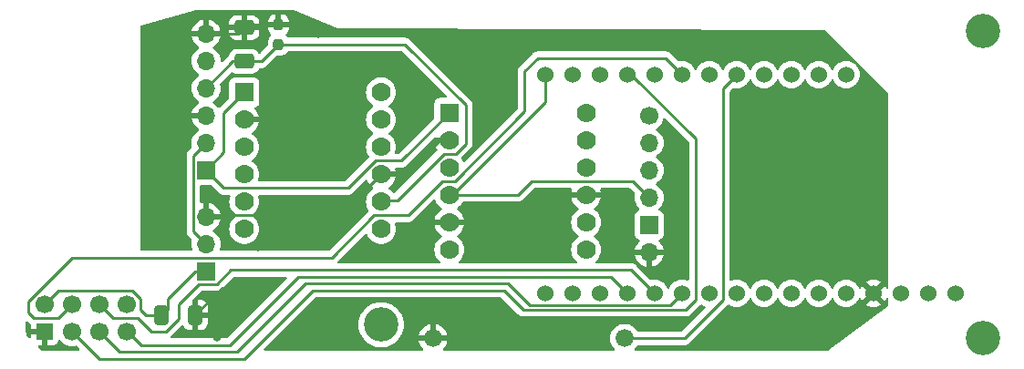
<source format=gbl>
G04 #@! TF.GenerationSoftware,KiCad,Pcbnew,7.0.8*
G04 #@! TF.CreationDate,2024-01-13T09:37:12-08:00*
G04 #@! TF.ProjectId,ph-sensor,70682d73-656e-4736-9f72-2e6b69636164,rev?*
G04 #@! TF.SameCoordinates,Original*
G04 #@! TF.FileFunction,Copper,L2,Bot*
G04 #@! TF.FilePolarity,Positive*
%FSLAX46Y46*%
G04 Gerber Fmt 4.6, Leading zero omitted, Abs format (unit mm)*
G04 Created by KiCad (PCBNEW 7.0.8) date 2024-01-13 09:37:12*
%MOMM*%
%LPD*%
G01*
G04 APERTURE LIST*
G04 Aperture macros list*
%AMRoundRect*
0 Rectangle with rounded corners*
0 $1 Rounding radius*
0 $2 $3 $4 $5 $6 $7 $8 $9 X,Y pos of 4 corners*
0 Add a 4 corners polygon primitive as box body*
4,1,4,$2,$3,$4,$5,$6,$7,$8,$9,$2,$3,0*
0 Add four circle primitives for the rounded corners*
1,1,$1+$1,$2,$3*
1,1,$1+$1,$4,$5*
1,1,$1+$1,$6,$7*
1,1,$1+$1,$8,$9*
0 Add four rect primitives between the rounded corners*
20,1,$1+$1,$2,$3,$4,$5,0*
20,1,$1+$1,$4,$5,$6,$7,0*
20,1,$1+$1,$6,$7,$8,$9,0*
20,1,$1+$1,$8,$9,$2,$3,0*%
G04 Aperture macros list end*
G04 #@! TA.AperFunction,ComponentPad*
%ADD10C,1.676400*%
G04 #@! TD*
G04 #@! TA.AperFunction,ComponentPad*
%ADD11C,3.200000*%
G04 #@! TD*
G04 #@! TA.AperFunction,ComponentPad*
%ADD12R,1.778000X1.778000*%
G04 #@! TD*
G04 #@! TA.AperFunction,ComponentPad*
%ADD13C,1.778000*%
G04 #@! TD*
G04 #@! TA.AperFunction,ComponentPad*
%ADD14C,1.700000*%
G04 #@! TD*
G04 #@! TA.AperFunction,ComponentPad*
%ADD15O,1.700000X1.700000*%
G04 #@! TD*
G04 #@! TA.AperFunction,ComponentPad*
%ADD16R,1.700000X1.700000*%
G04 #@! TD*
G04 #@! TA.AperFunction,ComponentPad*
%ADD17R,1.524000X1.524000*%
G04 #@! TD*
G04 #@! TA.AperFunction,SMDPad,CuDef*
%ADD18RoundRect,0.237500X0.237500X-0.250000X0.237500X0.250000X-0.237500X0.250000X-0.237500X-0.250000X0*%
G04 #@! TD*
G04 #@! TA.AperFunction,ComponentPad*
%ADD19C,1.530000*%
G04 #@! TD*
G04 #@! TA.AperFunction,SMDPad,CuDef*
%ADD20RoundRect,0.250000X-0.412500X-0.650000X0.412500X-0.650000X0.412500X0.650000X-0.412500X0.650000X0*%
G04 #@! TD*
G04 #@! TA.AperFunction,SMDPad,CuDef*
%ADD21RoundRect,0.250000X0.650000X-0.412500X0.650000X0.412500X-0.650000X0.412500X-0.650000X-0.412500X0*%
G04 #@! TD*
G04 #@! TA.AperFunction,ViaPad*
%ADD22C,0.800000*%
G04 #@! TD*
G04 #@! TA.AperFunction,Conductor*
%ADD23C,0.250000*%
G04 #@! TD*
G04 APERTURE END LIST*
D10*
X139446000Y-97155000D03*
X157226000Y-97155000D03*
D11*
X190500000Y-68580000D03*
D12*
X121920000Y-74295000D03*
D13*
X121920000Y-76835000D03*
X121920000Y-79375000D03*
X121920000Y-81915000D03*
X121920000Y-84455000D03*
X121920000Y-86995000D03*
X134620000Y-74295000D03*
X134620000Y-76835000D03*
X134620000Y-79375000D03*
X134620000Y-81915000D03*
X134620000Y-84455000D03*
X134620000Y-86995000D03*
D11*
X190500000Y-97155000D03*
D14*
X159512000Y-76454000D03*
D15*
X159512000Y-78994000D03*
X159512000Y-81534000D03*
X159512000Y-84074000D03*
D16*
X159512000Y-86614000D03*
D15*
X159512000Y-89154000D03*
D12*
X140970000Y-76200000D03*
D13*
X140970000Y-78740000D03*
X140970000Y-81280000D03*
X140970000Y-83820000D03*
X140970000Y-86360000D03*
X140970000Y-88900000D03*
X153670000Y-76200000D03*
X153670000Y-78740000D03*
X153670000Y-81280000D03*
X153670000Y-83820000D03*
X153670000Y-86360000D03*
X153670000Y-88900000D03*
D11*
X134620000Y-95885000D03*
D17*
X103378000Y-96520000D03*
D14*
X103378000Y-93980000D03*
X105918000Y-96520000D03*
X105918000Y-93980000D03*
X108458000Y-96520000D03*
X108458000Y-93980000D03*
X110998000Y-96520000D03*
X110998000Y-93980000D03*
D16*
X118364000Y-90932000D03*
D15*
X118364000Y-88392000D03*
X118364000Y-85852000D03*
D18*
X125095000Y-69850000D03*
X125095000Y-68025000D03*
D19*
X187960000Y-92964000D03*
X185420000Y-92964000D03*
X182880000Y-92964000D03*
X180340000Y-92964000D03*
X177800000Y-92964000D03*
X175260000Y-92964000D03*
X172720000Y-92964000D03*
X170180000Y-92964000D03*
X167640000Y-92964000D03*
X165100000Y-92964000D03*
X162560000Y-92964000D03*
X160020000Y-92964000D03*
X157480000Y-92964000D03*
X154940000Y-92964000D03*
X152400000Y-92964000D03*
X149860000Y-92964000D03*
X149860000Y-72644000D03*
X152400000Y-72644000D03*
X154940000Y-72644000D03*
X157480000Y-72644000D03*
X160020000Y-72644000D03*
X162560000Y-72644000D03*
X165100000Y-72644000D03*
X167640000Y-72644000D03*
X170180000Y-72644000D03*
X172720000Y-72644000D03*
X175260000Y-72644000D03*
X177800000Y-72644000D03*
D20*
X114261500Y-94996000D03*
X117386500Y-94996000D03*
D16*
X118364000Y-81534000D03*
D15*
X118364000Y-78994000D03*
X118364000Y-76454000D03*
X118364000Y-73914000D03*
X118364000Y-71374000D03*
X118364000Y-68834000D03*
D21*
X121920000Y-71412500D03*
X121920000Y-68287500D03*
D22*
X123190000Y-88646000D03*
X169672000Y-69850000D03*
X166624000Y-96520000D03*
X157480000Y-69850000D03*
X121920000Y-92456000D03*
X124714000Y-72644000D03*
X114300000Y-81280000D03*
X119380000Y-97028000D03*
X177800000Y-89408000D03*
X145034000Y-89662000D03*
X128778000Y-68834000D03*
D23*
X130810000Y-85725000D02*
X118491000Y-85725000D01*
X134620000Y-81915000D02*
X130810000Y-85725000D01*
X134620000Y-81915000D02*
X136906000Y-81915000D01*
X127969000Y-68025000D02*
X125095000Y-68025000D01*
X121373500Y-68834000D02*
X121920000Y-68287500D01*
X136906000Y-81915000D02*
X140081000Y-78740000D01*
X121920000Y-92456000D02*
X119888000Y-92456000D01*
X140081000Y-78740000D02*
X140970000Y-78740000D01*
X119888000Y-92456000D02*
X117386500Y-94957500D01*
X118364000Y-68834000D02*
X121373500Y-68834000D01*
X128778000Y-68834000D02*
X127969000Y-68025000D01*
X125095000Y-68025000D02*
X122182500Y-68025000D01*
X157861000Y-72644000D02*
X163830000Y-78613000D01*
X163830000Y-78613000D02*
X163830000Y-93599000D01*
X147844000Y-94504000D02*
X146050000Y-92710000D01*
X121920000Y-99060000D02*
X108458000Y-99060000D01*
X108458000Y-99060000D02*
X105918000Y-96520000D01*
X128270000Y-92710000D02*
X121920000Y-99060000D01*
X162925000Y-94504000D02*
X147844000Y-94504000D01*
X146050000Y-92710000D02*
X128270000Y-92710000D01*
X163830000Y-93599000D02*
X162925000Y-94504000D01*
X137160000Y-85725000D02*
X140335000Y-82550000D01*
X133985000Y-85725000D02*
X137160000Y-85725000D01*
X102362000Y-95250000D02*
X101854000Y-94742000D01*
X104648000Y-95250000D02*
X102362000Y-95250000D01*
X149151000Y-71120000D02*
X161036000Y-71120000D01*
X130048000Y-89662000D02*
X133985000Y-85725000D01*
X140335000Y-82550000D02*
X141478000Y-82550000D01*
X101854000Y-94742000D02*
X101854000Y-93726000D01*
X105918000Y-89662000D02*
X130048000Y-89662000D01*
X105918000Y-93980000D02*
X104648000Y-95250000D01*
X147955000Y-76073000D02*
X147955000Y-72316000D01*
X141478000Y-82550000D02*
X147955000Y-76073000D01*
X161036000Y-71120000D02*
X162560000Y-72644000D01*
X147955000Y-72316000D02*
X149151000Y-71120000D01*
X101854000Y-93726000D02*
X105918000Y-89662000D01*
X127635000Y-92075000D02*
X146425654Y-92075000D01*
X110363000Y-98425000D02*
X121285000Y-98425000D01*
X161470000Y-94054000D02*
X162560000Y-92964000D01*
X108458000Y-96520000D02*
X110363000Y-98425000D01*
X148404654Y-94054000D02*
X161470000Y-94054000D01*
X146425654Y-92075000D02*
X148404654Y-94054000D01*
X121285000Y-98425000D02*
X127635000Y-92075000D01*
X120650620Y-90805000D02*
X157861000Y-90805000D01*
X119348620Y-92107000D02*
X120650620Y-90805000D01*
X115824000Y-93980000D02*
X117697000Y-92107000D01*
X109728000Y-95250000D02*
X112014000Y-95250000D01*
X117697000Y-92107000D02*
X119348620Y-92107000D01*
X114613174Y-96520000D02*
X115824000Y-95309174D01*
X108458000Y-93980000D02*
X109728000Y-95250000D01*
X113284000Y-96520000D02*
X114613174Y-96520000D01*
X112014000Y-95250000D02*
X113284000Y-96520000D01*
X157861000Y-90805000D02*
X160020000Y-92964000D01*
X115824000Y-95309174D02*
X115824000Y-93980000D01*
X112395000Y-97790000D02*
X120584597Y-97790000D01*
X126934597Y-91440000D02*
X155956000Y-91440000D01*
X155956000Y-91440000D02*
X157480000Y-92964000D01*
X120584597Y-97790000D02*
X126934597Y-91440000D01*
X111125000Y-96520000D02*
X112395000Y-97790000D01*
X140429933Y-80010000D02*
X136111933Y-84328000D01*
X142494000Y-79052874D02*
X141536874Y-80010000D01*
X141536874Y-80010000D02*
X140429933Y-80010000D01*
X121920000Y-71412500D02*
X123532500Y-71412500D01*
X125095000Y-69850000D02*
X136857620Y-69850000D01*
X120865500Y-71412500D02*
X118364000Y-73914000D01*
X123532500Y-71412500D02*
X125095000Y-69850000D01*
X142494000Y-75486380D02*
X142494000Y-79052874D01*
X136857620Y-69850000D02*
X142494000Y-75486380D01*
X121920000Y-71412500D02*
X120865500Y-71412500D01*
X136111933Y-84328000D02*
X134747000Y-84328000D01*
X149860000Y-75184000D02*
X141224000Y-83820000D01*
X159512000Y-84074000D02*
X157988000Y-82550000D01*
X157988000Y-82550000D02*
X148590000Y-82550000D01*
X149860000Y-72644000D02*
X149860000Y-75184000D01*
X148590000Y-82550000D02*
X147320000Y-83820000D01*
X147320000Y-83820000D02*
X140970000Y-83820000D01*
X166370000Y-73914000D02*
X167640000Y-72644000D01*
X162803692Y-97155000D02*
X166370000Y-93588692D01*
X166370000Y-93588692D02*
X166370000Y-73914000D01*
X157226000Y-97155000D02*
X162803692Y-97155000D01*
X120015000Y-79883000D02*
X120015000Y-76200000D01*
X112268000Y-93472000D02*
X111506000Y-92710000D01*
X118364000Y-81534000D02*
X120015000Y-83185000D01*
X118364000Y-81534000D02*
X120015000Y-79883000D01*
X111506000Y-92710000D02*
X104648000Y-92710000D01*
X114808000Y-94488000D02*
X114808000Y-93472000D01*
X134079933Y-80645000D02*
X136525000Y-80645000D01*
X120015000Y-83185000D02*
X131539933Y-83185000D01*
X114808000Y-93472000D02*
X117348000Y-90932000D01*
X136525000Y-80645000D02*
X140970000Y-76200000D01*
X120015000Y-76200000D02*
X121920000Y-74295000D01*
X131539933Y-83185000D02*
X134079933Y-80645000D01*
X114300000Y-94996000D02*
X114808000Y-94488000D01*
X104648000Y-92710000D02*
X103378000Y-93980000D01*
X112268000Y-94488000D02*
X112268000Y-93472000D01*
X114261500Y-94996000D02*
X112776000Y-94996000D01*
X117348000Y-90932000D02*
X118364000Y-90932000D01*
X112776000Y-94996000D02*
X112268000Y-94488000D01*
X118364000Y-88392000D02*
X117189000Y-87217000D01*
X117189000Y-80169000D02*
X118364000Y-78994000D01*
X117189000Y-87217000D02*
X117189000Y-80169000D01*
G04 #@! TA.AperFunction,Conductor*
G36*
X103628000Y-97782000D02*
G01*
X104187828Y-97782000D01*
X104187844Y-97781999D01*
X104247372Y-97775598D01*
X104247379Y-97775596D01*
X104382086Y-97725354D01*
X104382093Y-97725350D01*
X104497187Y-97639190D01*
X104497190Y-97639187D01*
X104583350Y-97524093D01*
X104583354Y-97524086D01*
X104636125Y-97382599D01*
X104677996Y-97326666D01*
X104743460Y-97302248D01*
X104811733Y-97317099D01*
X104853881Y-97354808D01*
X104879498Y-97391393D01*
X104879504Y-97391400D01*
X104879505Y-97391401D01*
X105046599Y-97558495D01*
X105126741Y-97614611D01*
X105240165Y-97694032D01*
X105240167Y-97694033D01*
X105240170Y-97694035D01*
X105454337Y-97793903D01*
X105454343Y-97793904D01*
X105454344Y-97793905D01*
X105502220Y-97806733D01*
X105682592Y-97855063D01*
X105870918Y-97871539D01*
X105917999Y-97875659D01*
X105918000Y-97875659D01*
X105918001Y-97875659D01*
X105957234Y-97872226D01*
X106153408Y-97855063D01*
X106253873Y-97828143D01*
X106323722Y-97829806D01*
X106373647Y-97860237D01*
X106599729Y-98086319D01*
X106633214Y-98147642D01*
X106628230Y-98217334D01*
X106586358Y-98273267D01*
X106520894Y-98297684D01*
X106512048Y-98298000D01*
X103175362Y-98298000D01*
X103108323Y-98278315D01*
X103087681Y-98261681D01*
X102819681Y-97993681D01*
X102786196Y-97932358D01*
X102791180Y-97862666D01*
X102833052Y-97806733D01*
X102898516Y-97782316D01*
X102907362Y-97782000D01*
X103128000Y-97782000D01*
X103128000Y-96955501D01*
X103235685Y-97004680D01*
X103342237Y-97020000D01*
X103413763Y-97020000D01*
X103520315Y-97004680D01*
X103628000Y-96955501D01*
X103628000Y-97782000D01*
G37*
G04 #@! TD.AperFunction*
G04 #@! TA.AperFunction,Conductor*
G36*
X145806587Y-93355185D02*
G01*
X145827229Y-93371819D01*
X147343197Y-94887788D01*
X147353022Y-94900051D01*
X147353243Y-94899869D01*
X147358214Y-94905878D01*
X147379043Y-94925437D01*
X147408635Y-94953226D01*
X147429529Y-94974120D01*
X147435011Y-94978373D01*
X147439443Y-94982157D01*
X147473418Y-95014062D01*
X147490976Y-95023714D01*
X147507235Y-95034395D01*
X147523064Y-95046673D01*
X147565838Y-95065182D01*
X147571056Y-95067738D01*
X147611908Y-95090197D01*
X147631316Y-95095180D01*
X147649717Y-95101480D01*
X147668104Y-95109437D01*
X147711488Y-95116308D01*
X147714119Y-95116725D01*
X147719839Y-95117909D01*
X147764981Y-95129500D01*
X147785016Y-95129500D01*
X147804414Y-95131026D01*
X147824194Y-95134159D01*
X147824195Y-95134160D01*
X147824195Y-95134159D01*
X147824196Y-95134160D01*
X147870584Y-95129775D01*
X147876422Y-95129500D01*
X162842257Y-95129500D01*
X162857877Y-95131224D01*
X162857904Y-95130939D01*
X162865660Y-95131671D01*
X162865667Y-95131673D01*
X162934814Y-95129500D01*
X162964350Y-95129500D01*
X162971228Y-95128630D01*
X162977041Y-95128172D01*
X163023627Y-95126709D01*
X163042869Y-95121117D01*
X163061912Y-95117174D01*
X163081792Y-95114664D01*
X163125122Y-95097507D01*
X163130646Y-95095617D01*
X163134396Y-95094527D01*
X163175390Y-95082618D01*
X163192629Y-95072422D01*
X163210103Y-95063862D01*
X163228727Y-95056488D01*
X163228727Y-95056487D01*
X163228732Y-95056486D01*
X163266449Y-95029082D01*
X163271305Y-95025892D01*
X163311420Y-95002170D01*
X163325589Y-94987999D01*
X163340379Y-94975368D01*
X163356587Y-94963594D01*
X163386299Y-94927676D01*
X163390212Y-94923376D01*
X164213787Y-94099802D01*
X164226042Y-94089986D01*
X164225859Y-94089764D01*
X164231872Y-94084788D01*
X164231877Y-94084786D01*
X164262458Y-94052220D01*
X164322695Y-94016827D01*
X164392509Y-94019619D01*
X164423972Y-94035531D01*
X164454575Y-94056959D01*
X164464833Y-94064142D01*
X164636520Y-94144200D01*
X164665520Y-94157723D01*
X164666541Y-94158095D01*
X164666927Y-94158379D01*
X164670426Y-94160011D01*
X164670098Y-94160714D01*
X164722802Y-94199524D01*
X164747734Y-94264794D01*
X164733420Y-94333182D01*
X164711804Y-94362295D01*
X162580920Y-96493181D01*
X162519597Y-96526666D01*
X162493239Y-96529500D01*
X158486822Y-96529500D01*
X158419783Y-96509815D01*
X158385247Y-96476624D01*
X158380513Y-96469863D01*
X158255421Y-96291213D01*
X158089787Y-96125579D01*
X157897907Y-95991223D01*
X157685611Y-95892228D01*
X157685607Y-95892227D01*
X157685603Y-95892225D01*
X157459356Y-95831603D01*
X157459346Y-95831601D01*
X157226001Y-95811186D01*
X157225999Y-95811186D01*
X156992653Y-95831601D01*
X156992643Y-95831603D01*
X156766396Y-95892225D01*
X156766389Y-95892227D01*
X156766389Y-95892228D01*
X156554093Y-95991223D01*
X156362213Y-96125579D01*
X156362211Y-96125580D01*
X156362208Y-96125583D01*
X156196583Y-96291208D01*
X156196580Y-96291211D01*
X156196579Y-96291213D01*
X156071487Y-96469863D01*
X156062223Y-96483093D01*
X155963229Y-96695387D01*
X155963225Y-96695396D01*
X155902603Y-96921643D01*
X155902601Y-96921653D01*
X155882186Y-97154999D01*
X155882186Y-97155000D01*
X155902601Y-97388346D01*
X155902603Y-97388356D01*
X155963225Y-97614603D01*
X155963227Y-97614607D01*
X155963228Y-97614611D01*
X156062223Y-97826907D01*
X156196579Y-98018787D01*
X156196583Y-98018791D01*
X156264111Y-98086319D01*
X156297596Y-98147642D01*
X156292612Y-98217334D01*
X156250740Y-98273267D01*
X156185276Y-98297684D01*
X156176430Y-98298000D01*
X140494864Y-98298000D01*
X140427825Y-98278315D01*
X140382070Y-98225511D01*
X140372126Y-98156353D01*
X140401151Y-98092797D01*
X140407183Y-98086319D01*
X140475036Y-98018465D01*
X140609339Y-97826660D01*
X140609341Y-97826656D01*
X140708298Y-97614443D01*
X140764420Y-97405000D01*
X139879686Y-97405000D01*
X139905493Y-97364844D01*
X139946000Y-97226889D01*
X139946000Y-97083111D01*
X139905493Y-96945156D01*
X139879686Y-96905000D01*
X140764420Y-96905000D01*
X140764419Y-96904999D01*
X140708298Y-96695556D01*
X140609341Y-96483343D01*
X140609339Y-96483339D01*
X140475036Y-96291534D01*
X140309465Y-96125963D01*
X140117660Y-95991660D01*
X140117656Y-95991658D01*
X139905443Y-95892701D01*
X139696000Y-95836580D01*
X139696000Y-96719498D01*
X139588315Y-96670320D01*
X139481763Y-96655000D01*
X139410237Y-96655000D01*
X139303685Y-96670320D01*
X139196000Y-96719498D01*
X139196000Y-95836580D01*
X139195999Y-95836580D01*
X138986556Y-95892701D01*
X138774343Y-95991658D01*
X138774339Y-95991660D01*
X138582534Y-96125963D01*
X138416963Y-96291534D01*
X138282660Y-96483339D01*
X138282658Y-96483343D01*
X138183701Y-96695556D01*
X138127580Y-96904999D01*
X138127580Y-96905000D01*
X139012314Y-96905000D01*
X138986507Y-96945156D01*
X138946000Y-97083111D01*
X138946000Y-97226889D01*
X138986507Y-97364844D01*
X139012314Y-97405000D01*
X138127580Y-97405000D01*
X138183701Y-97614443D01*
X138282658Y-97826656D01*
X138282660Y-97826660D01*
X138416963Y-98018465D01*
X138484817Y-98086319D01*
X138518302Y-98147642D01*
X138513318Y-98217334D01*
X138471446Y-98273267D01*
X138405982Y-98297684D01*
X138397136Y-98298000D01*
X123865952Y-98298000D01*
X123798913Y-98278315D01*
X123753158Y-98225511D01*
X123743214Y-98156353D01*
X123772239Y-98092797D01*
X123778271Y-98086319D01*
X125453949Y-96410642D01*
X125979591Y-95885000D01*
X132514592Y-95885000D01*
X132534201Y-96171680D01*
X132592666Y-96453034D01*
X132592667Y-96453037D01*
X132688894Y-96723793D01*
X132688893Y-96723793D01*
X132821098Y-96978935D01*
X132986812Y-97213700D01*
X133069511Y-97302248D01*
X133182947Y-97423708D01*
X133405853Y-97605055D01*
X133641753Y-97748510D01*
X133651382Y-97754365D01*
X133825067Y-97829806D01*
X133914942Y-97868844D01*
X134191642Y-97946371D01*
X134441920Y-97980771D01*
X134476321Y-97985500D01*
X134476322Y-97985500D01*
X134763679Y-97985500D01*
X134794370Y-97981281D01*
X135048358Y-97946371D01*
X135325058Y-97868844D01*
X135440239Y-97818814D01*
X135588617Y-97754365D01*
X135588620Y-97754363D01*
X135588625Y-97754361D01*
X135834147Y-97605055D01*
X136057053Y-97423708D01*
X136253189Y-97213698D01*
X136418901Y-96978936D01*
X136551104Y-96723797D01*
X136647334Y-96453032D01*
X136705798Y-96171686D01*
X136725408Y-95885000D01*
X136705798Y-95598314D01*
X136647334Y-95316968D01*
X136551105Y-95046206D01*
X136551106Y-95046206D01*
X136418901Y-94791064D01*
X136253187Y-94556299D01*
X136155807Y-94452032D01*
X136057053Y-94346292D01*
X135890431Y-94210735D01*
X135834146Y-94164944D01*
X135588617Y-94015634D01*
X135325063Y-93901158D01*
X135325061Y-93901157D01*
X135325058Y-93901156D01*
X135195578Y-93864877D01*
X135048364Y-93823630D01*
X135048359Y-93823629D01*
X135048358Y-93823629D01*
X134906018Y-93804064D01*
X134763679Y-93784500D01*
X134763678Y-93784500D01*
X134476322Y-93784500D01*
X134476321Y-93784500D01*
X134191642Y-93823629D01*
X134191635Y-93823630D01*
X133999936Y-93877342D01*
X133914942Y-93901156D01*
X133914939Y-93901156D01*
X133914936Y-93901158D01*
X133914935Y-93901158D01*
X133651382Y-94015634D01*
X133405853Y-94164944D01*
X133182950Y-94346289D01*
X132986812Y-94556299D01*
X132821098Y-94791064D01*
X132688894Y-95046206D01*
X132592667Y-95316962D01*
X132592666Y-95316965D01*
X132534201Y-95598319D01*
X132514592Y-95885000D01*
X125979591Y-95885000D01*
X128492772Y-93371819D01*
X128554095Y-93338334D01*
X128580453Y-93335500D01*
X145739548Y-93335500D01*
X145806587Y-93355185D01*
G37*
G04 #@! TD.AperFunction*
G04 #@! TA.AperFunction,Conductor*
G36*
X181393894Y-93664342D02*
G01*
X181439707Y-93598914D01*
X181439708Y-93598912D01*
X181497342Y-93475317D01*
X181543514Y-93422877D01*
X181610707Y-93403725D01*
X181677589Y-93423941D01*
X181722102Y-93475308D01*
X181725378Y-93482334D01*
X181737000Y-93534745D01*
X181737000Y-94045000D01*
X181717315Y-94112039D01*
X181687400Y-94144200D01*
X176197426Y-98261681D01*
X176182067Y-98273200D01*
X176116625Y-98297676D01*
X176107667Y-98298000D01*
X158275570Y-98298000D01*
X158208531Y-98278315D01*
X158162776Y-98225511D01*
X158152832Y-98156353D01*
X158181857Y-98092797D01*
X158187889Y-98086319D01*
X158255421Y-98018787D01*
X158385247Y-97833375D01*
X158439824Y-97789751D01*
X158486822Y-97780500D01*
X162720949Y-97780500D01*
X162736569Y-97782224D01*
X162736596Y-97781939D01*
X162744352Y-97782671D01*
X162744359Y-97782673D01*
X162813506Y-97780500D01*
X162843042Y-97780500D01*
X162849920Y-97779630D01*
X162855733Y-97779172D01*
X162902319Y-97777709D01*
X162921561Y-97772117D01*
X162940604Y-97768174D01*
X162960484Y-97765664D01*
X163003814Y-97748507D01*
X163009338Y-97746617D01*
X163013088Y-97745527D01*
X163054082Y-97733618D01*
X163071321Y-97723422D01*
X163088795Y-97714862D01*
X163107419Y-97707488D01*
X163107419Y-97707487D01*
X163107424Y-97707486D01*
X163145141Y-97680082D01*
X163149997Y-97676892D01*
X163190112Y-97653170D01*
X163204281Y-97638999D01*
X163219071Y-97626368D01*
X163235279Y-97614594D01*
X163264991Y-97578676D01*
X163268904Y-97574376D01*
X166753788Y-94089493D01*
X166766042Y-94079678D01*
X166765859Y-94079456D01*
X166771867Y-94074484D01*
X166771877Y-94074478D01*
X166796617Y-94048131D01*
X166856858Y-94012737D01*
X166926672Y-94015530D01*
X166958130Y-94031440D01*
X167004833Y-94064142D01*
X167125572Y-94120443D01*
X167205513Y-94157720D01*
X167205515Y-94157720D01*
X167205520Y-94157723D01*
X167419409Y-94215035D01*
X167576974Y-94228820D01*
X167639998Y-94234334D01*
X167640000Y-94234334D01*
X167640002Y-94234334D01*
X167695147Y-94229509D01*
X167860591Y-94215035D01*
X168074480Y-94157723D01*
X168275167Y-94064142D01*
X168456555Y-93937132D01*
X168613132Y-93780555D01*
X168740142Y-93599167D01*
X168797618Y-93475907D01*
X168843790Y-93423468D01*
X168910983Y-93404316D01*
X168977864Y-93424531D01*
X169022381Y-93475907D01*
X169034312Y-93501492D01*
X169078148Y-93595501D01*
X169079858Y-93599167D01*
X169206868Y-93780555D01*
X169363445Y-93937132D01*
X169544833Y-94064142D01*
X169665572Y-94120443D01*
X169745513Y-94157720D01*
X169745515Y-94157720D01*
X169745520Y-94157723D01*
X169959409Y-94215035D01*
X170116974Y-94228820D01*
X170179998Y-94234334D01*
X170180000Y-94234334D01*
X170180002Y-94234334D01*
X170235147Y-94229509D01*
X170400591Y-94215035D01*
X170614480Y-94157723D01*
X170815167Y-94064142D01*
X170996555Y-93937132D01*
X171153132Y-93780555D01*
X171280142Y-93599167D01*
X171337618Y-93475907D01*
X171383790Y-93423468D01*
X171450983Y-93404316D01*
X171517864Y-93424531D01*
X171562381Y-93475907D01*
X171574312Y-93501492D01*
X171618148Y-93595501D01*
X171619858Y-93599167D01*
X171746868Y-93780555D01*
X171903445Y-93937132D01*
X172084833Y-94064142D01*
X172205572Y-94120443D01*
X172285513Y-94157720D01*
X172285515Y-94157720D01*
X172285520Y-94157723D01*
X172499409Y-94215035D01*
X172656974Y-94228820D01*
X172719998Y-94234334D01*
X172720000Y-94234334D01*
X172720002Y-94234334D01*
X172775147Y-94229509D01*
X172940591Y-94215035D01*
X173154480Y-94157723D01*
X173355167Y-94064142D01*
X173536555Y-93937132D01*
X173693132Y-93780555D01*
X173820142Y-93599167D01*
X173877618Y-93475907D01*
X173923790Y-93423468D01*
X173990983Y-93404316D01*
X174057864Y-93424531D01*
X174102381Y-93475907D01*
X174114312Y-93501492D01*
X174158148Y-93595501D01*
X174159858Y-93599167D01*
X174286868Y-93780555D01*
X174443445Y-93937132D01*
X174624833Y-94064142D01*
X174745572Y-94120443D01*
X174825513Y-94157720D01*
X174825515Y-94157720D01*
X174825520Y-94157723D01*
X175039409Y-94215035D01*
X175196974Y-94228820D01*
X175259998Y-94234334D01*
X175260000Y-94234334D01*
X175260002Y-94234334D01*
X175315147Y-94229509D01*
X175480591Y-94215035D01*
X175694480Y-94157723D01*
X175895167Y-94064142D01*
X176076555Y-93937132D01*
X176233132Y-93780555D01*
X176360142Y-93599167D01*
X176417618Y-93475907D01*
X176463790Y-93423468D01*
X176530983Y-93404316D01*
X176597864Y-93424531D01*
X176642381Y-93475907D01*
X176654312Y-93501492D01*
X176698148Y-93595501D01*
X176699858Y-93599167D01*
X176826868Y-93780555D01*
X176983445Y-93937132D01*
X177164833Y-94064142D01*
X177285572Y-94120443D01*
X177365513Y-94157720D01*
X177365515Y-94157720D01*
X177365520Y-94157723D01*
X177579409Y-94215035D01*
X177736974Y-94228820D01*
X177799998Y-94234334D01*
X177800000Y-94234334D01*
X177800002Y-94234334D01*
X177855147Y-94229509D01*
X178020591Y-94215035D01*
X178234480Y-94157723D01*
X178435167Y-94064142D01*
X178616555Y-93937132D01*
X178773132Y-93780555D01*
X178900142Y-93599167D01*
X178957895Y-93475312D01*
X179004064Y-93422878D01*
X179071258Y-93403725D01*
X179138139Y-93423940D01*
X179182657Y-93475316D01*
X179240295Y-93598919D01*
X179286103Y-93664341D01*
X179286105Y-93664342D01*
X179848866Y-93101580D01*
X179871318Y-93178040D01*
X179950605Y-93301413D01*
X180061438Y-93397451D01*
X180194839Y-93458373D01*
X180198633Y-93458918D01*
X179639656Y-94017894D01*
X179705083Y-94063706D01*
X179705085Y-94063707D01*
X179905690Y-94157250D01*
X179905699Y-94157254D01*
X180119490Y-94214538D01*
X180119500Y-94214540D01*
X180339999Y-94233832D01*
X180340001Y-94233832D01*
X180560499Y-94214540D01*
X180560509Y-94214538D01*
X180774300Y-94157254D01*
X180774309Y-94157250D01*
X180974915Y-94063706D01*
X181040342Y-94017894D01*
X180481366Y-93458918D01*
X180485161Y-93458373D01*
X180618562Y-93397451D01*
X180729395Y-93301413D01*
X180808682Y-93178040D01*
X180831133Y-93101580D01*
X181393894Y-93664342D01*
G37*
G04 #@! TD.AperFunction*
G04 #@! TA.AperFunction,Conductor*
G36*
X125827183Y-91450185D02*
G01*
X125872938Y-91502989D01*
X125882882Y-91572147D01*
X125853857Y-91635703D01*
X125847825Y-91642181D01*
X120361825Y-97128181D01*
X120300502Y-97161666D01*
X120274144Y-97164500D01*
X115155307Y-97164500D01*
X115088268Y-97144815D01*
X115042513Y-97092011D01*
X115032569Y-97022853D01*
X115059757Y-96961467D01*
X115063907Y-96956449D01*
X115074476Y-96943673D01*
X115078385Y-96939377D01*
X116089052Y-95928710D01*
X116150373Y-95895227D01*
X116220065Y-95900211D01*
X116275998Y-95942083D01*
X116289112Y-95963986D01*
X116289639Y-95965117D01*
X116381684Y-96114345D01*
X116505654Y-96238315D01*
X116654875Y-96330356D01*
X116654880Y-96330358D01*
X116821302Y-96385505D01*
X116821309Y-96385506D01*
X116924019Y-96395999D01*
X117136499Y-96395999D01*
X117136500Y-96395998D01*
X117136500Y-95246000D01*
X117636500Y-95246000D01*
X117636500Y-96395999D01*
X117848972Y-96395999D01*
X117848986Y-96395998D01*
X117951697Y-96385505D01*
X118118119Y-96330358D01*
X118118124Y-96330356D01*
X118267345Y-96238315D01*
X118391315Y-96114345D01*
X118483356Y-95965124D01*
X118483358Y-95965119D01*
X118538505Y-95798697D01*
X118538506Y-95798690D01*
X118548999Y-95695986D01*
X118549000Y-95695973D01*
X118549000Y-95246000D01*
X117636500Y-95246000D01*
X117136500Y-95246000D01*
X117136500Y-93603451D01*
X117138688Y-93596000D01*
X117636500Y-93596000D01*
X117636500Y-94746000D01*
X118548999Y-94746000D01*
X118548999Y-94296028D01*
X118548998Y-94296013D01*
X118538505Y-94193302D01*
X118483358Y-94026880D01*
X118483356Y-94026875D01*
X118391315Y-93877654D01*
X118267345Y-93753684D01*
X118118124Y-93661643D01*
X118118119Y-93661641D01*
X117951697Y-93606494D01*
X117951690Y-93606493D01*
X117848986Y-93596000D01*
X117636500Y-93596000D01*
X117138688Y-93596000D01*
X117156185Y-93536412D01*
X117172812Y-93515777D01*
X117919772Y-92768819D01*
X117981095Y-92735334D01*
X118007453Y-92732500D01*
X119265877Y-92732500D01*
X119281497Y-92734224D01*
X119281524Y-92733939D01*
X119289280Y-92734671D01*
X119289287Y-92734673D01*
X119358434Y-92732500D01*
X119387970Y-92732500D01*
X119394848Y-92731630D01*
X119400661Y-92731172D01*
X119447247Y-92729709D01*
X119466489Y-92724117D01*
X119485532Y-92720174D01*
X119505412Y-92717664D01*
X119548742Y-92700507D01*
X119554266Y-92698617D01*
X119558016Y-92697527D01*
X119599010Y-92685618D01*
X119616249Y-92675422D01*
X119633723Y-92666862D01*
X119652347Y-92659488D01*
X119652347Y-92659487D01*
X119652352Y-92659486D01*
X119690069Y-92632082D01*
X119694925Y-92628892D01*
X119735040Y-92605170D01*
X119749209Y-92590999D01*
X119763999Y-92578368D01*
X119780207Y-92566594D01*
X119809919Y-92530676D01*
X119813832Y-92526376D01*
X120873392Y-91466819D01*
X120934715Y-91433334D01*
X120961073Y-91430500D01*
X125760144Y-91430500D01*
X125827183Y-91450185D01*
G37*
G04 #@! TD.AperFunction*
G04 #@! TA.AperFunction,Conductor*
G36*
X101833120Y-95606156D02*
G01*
X101839598Y-95612188D01*
X101861194Y-95633784D01*
X101871017Y-95646045D01*
X101871239Y-95645863D01*
X101876212Y-95651875D01*
X101926636Y-95699227D01*
X101947523Y-95720115D01*
X101947527Y-95720118D01*
X101947529Y-95720120D01*
X101953011Y-95724373D01*
X101957443Y-95728157D01*
X101991418Y-95760062D01*
X102008976Y-95769714D01*
X102025235Y-95780395D01*
X102041064Y-95792673D01*
X102041239Y-95792748D01*
X102041355Y-95792845D01*
X102047780Y-95796645D01*
X102047167Y-95797680D01*
X102094949Y-95837433D01*
X102115975Y-95904064D01*
X102116000Y-95906553D01*
X102116000Y-96270000D01*
X102944314Y-96270000D01*
X102918507Y-96310156D01*
X102878000Y-96448111D01*
X102878000Y-96591889D01*
X102918507Y-96729844D01*
X102944314Y-96770000D01*
X102116000Y-96770000D01*
X102116000Y-96990638D01*
X102096315Y-97057677D01*
X102043511Y-97103432D01*
X101974353Y-97113376D01*
X101910797Y-97084351D01*
X101904319Y-97078319D01*
X101758247Y-96932247D01*
X101725644Y-96874695D01*
X101701286Y-96777449D01*
X101700104Y-96771501D01*
X101646575Y-96410631D01*
X101645981Y-96404583D01*
X101627992Y-96038341D01*
X101627917Y-96035298D01*
X101627917Y-96020000D01*
X101627918Y-95971278D01*
X101627917Y-95971274D01*
X101627917Y-95699869D01*
X101647602Y-95632830D01*
X101700406Y-95587075D01*
X101769564Y-95577131D01*
X101833120Y-95606156D01*
G37*
G04 #@! TD.AperFunction*
G04 #@! TA.AperFunction,Conductor*
G36*
X126514444Y-66684118D02*
G01*
X130556000Y-68326000D01*
X175766520Y-68502397D01*
X175833480Y-68522343D01*
X175853715Y-68538715D01*
X181700681Y-74385681D01*
X181734166Y-74447004D01*
X181737000Y-74473362D01*
X181737000Y-92393254D01*
X181725378Y-92445667D01*
X181722102Y-92452691D01*
X181675926Y-92505127D01*
X181608731Y-92524274D01*
X181541851Y-92504053D01*
X181497342Y-92452683D01*
X181439707Y-92329085D01*
X181439706Y-92329083D01*
X181393894Y-92263657D01*
X181393894Y-92263656D01*
X180831132Y-92826418D01*
X180808682Y-92749960D01*
X180729395Y-92626587D01*
X180618562Y-92530549D01*
X180485161Y-92469627D01*
X180481366Y-92469081D01*
X181040342Y-91910105D01*
X181040341Y-91910103D01*
X180974919Y-91864295D01*
X180774309Y-91770749D01*
X180774300Y-91770745D01*
X180560509Y-91713461D01*
X180560499Y-91713459D01*
X180340001Y-91694168D01*
X180339999Y-91694168D01*
X180119500Y-91713459D01*
X180119490Y-91713461D01*
X179905699Y-91770745D01*
X179905690Y-91770749D01*
X179705084Y-91864293D01*
X179639657Y-91910104D01*
X180198634Y-92469081D01*
X180194839Y-92469627D01*
X180061438Y-92530549D01*
X179950605Y-92626587D01*
X179871318Y-92749960D01*
X179848866Y-92826419D01*
X179286104Y-92263657D01*
X179240293Y-92329084D01*
X179182657Y-92452683D01*
X179136484Y-92505122D01*
X179069290Y-92524274D01*
X179002409Y-92504058D01*
X178957893Y-92452682D01*
X178900142Y-92328833D01*
X178773132Y-92147445D01*
X178616555Y-91990868D01*
X178435167Y-91863858D01*
X178435163Y-91863856D01*
X178234486Y-91770279D01*
X178234475Y-91770275D01*
X178020592Y-91712965D01*
X178020585Y-91712964D01*
X177800002Y-91693666D01*
X177799998Y-91693666D01*
X177579414Y-91712964D01*
X177579407Y-91712965D01*
X177365524Y-91770275D01*
X177365513Y-91770279D01*
X177164836Y-91863856D01*
X177164834Y-91863857D01*
X176983444Y-91990868D01*
X176826868Y-92147444D01*
X176699857Y-92328834D01*
X176699856Y-92328836D01*
X176642382Y-92452091D01*
X176596210Y-92504531D01*
X176529017Y-92523683D01*
X176462135Y-92503467D01*
X176417618Y-92452091D01*
X176389050Y-92390828D01*
X176360142Y-92328833D01*
X176233132Y-92147445D01*
X176076555Y-91990868D01*
X175895167Y-91863858D01*
X175895163Y-91863856D01*
X175694486Y-91770279D01*
X175694475Y-91770275D01*
X175480592Y-91712965D01*
X175480585Y-91712964D01*
X175260002Y-91693666D01*
X175259998Y-91693666D01*
X175039414Y-91712964D01*
X175039407Y-91712965D01*
X174825524Y-91770275D01*
X174825513Y-91770279D01*
X174624836Y-91863856D01*
X174624834Y-91863857D01*
X174443444Y-91990868D01*
X174286868Y-92147444D01*
X174159857Y-92328834D01*
X174159856Y-92328836D01*
X174102382Y-92452091D01*
X174056210Y-92504531D01*
X173989017Y-92523683D01*
X173922135Y-92503467D01*
X173877618Y-92452091D01*
X173849050Y-92390828D01*
X173820142Y-92328833D01*
X173693132Y-92147445D01*
X173536555Y-91990868D01*
X173355167Y-91863858D01*
X173355163Y-91863856D01*
X173154486Y-91770279D01*
X173154475Y-91770275D01*
X172940592Y-91712965D01*
X172940585Y-91712964D01*
X172720002Y-91693666D01*
X172719998Y-91693666D01*
X172499414Y-91712964D01*
X172499407Y-91712965D01*
X172285524Y-91770275D01*
X172285513Y-91770279D01*
X172084836Y-91863856D01*
X172084834Y-91863857D01*
X171903444Y-91990868D01*
X171746868Y-92147444D01*
X171619857Y-92328834D01*
X171619856Y-92328836D01*
X171562382Y-92452091D01*
X171516210Y-92504531D01*
X171449017Y-92523683D01*
X171382135Y-92503467D01*
X171337618Y-92452091D01*
X171309050Y-92390828D01*
X171280142Y-92328833D01*
X171153132Y-92147445D01*
X170996555Y-91990868D01*
X170815167Y-91863858D01*
X170815163Y-91863856D01*
X170614486Y-91770279D01*
X170614475Y-91770275D01*
X170400592Y-91712965D01*
X170400585Y-91712964D01*
X170180002Y-91693666D01*
X170179998Y-91693666D01*
X169959414Y-91712964D01*
X169959407Y-91712965D01*
X169745524Y-91770275D01*
X169745513Y-91770279D01*
X169544836Y-91863856D01*
X169544834Y-91863857D01*
X169363444Y-91990868D01*
X169206868Y-92147444D01*
X169079857Y-92328834D01*
X169079856Y-92328836D01*
X169022382Y-92452091D01*
X168976210Y-92504531D01*
X168909017Y-92523683D01*
X168842135Y-92503467D01*
X168797618Y-92452091D01*
X168769050Y-92390828D01*
X168740142Y-92328833D01*
X168613132Y-92147445D01*
X168456555Y-91990868D01*
X168275167Y-91863858D01*
X168275163Y-91863856D01*
X168074486Y-91770279D01*
X168074475Y-91770275D01*
X167860592Y-91712965D01*
X167860585Y-91712964D01*
X167640002Y-91693666D01*
X167639998Y-91693666D01*
X167419414Y-91712964D01*
X167419407Y-91712965D01*
X167205524Y-91770275D01*
X167205512Y-91770279D01*
X167171902Y-91785952D01*
X167102824Y-91796443D01*
X167039041Y-91767921D01*
X167000803Y-91709444D01*
X166995500Y-91673569D01*
X166995500Y-74224452D01*
X167015185Y-74157413D01*
X167031819Y-74136771D01*
X167131454Y-74037136D01*
X167253756Y-73914833D01*
X167315077Y-73881350D01*
X167373527Y-73882740D01*
X167419409Y-73895035D01*
X167576974Y-73908820D01*
X167639998Y-73914334D01*
X167640000Y-73914334D01*
X167640002Y-73914334D01*
X167695147Y-73909509D01*
X167860591Y-73895035D01*
X168074480Y-73837723D01*
X168275167Y-73744142D01*
X168456555Y-73617132D01*
X168613132Y-73460555D01*
X168740142Y-73279167D01*
X168797618Y-73155907D01*
X168843790Y-73103468D01*
X168910983Y-73084316D01*
X168977864Y-73104531D01*
X169022381Y-73155907D01*
X169079858Y-73279167D01*
X169206868Y-73460555D01*
X169363445Y-73617132D01*
X169544833Y-73744142D01*
X169571168Y-73756422D01*
X169745513Y-73837720D01*
X169745515Y-73837720D01*
X169745520Y-73837723D01*
X169959409Y-73895035D01*
X170116974Y-73908820D01*
X170179998Y-73914334D01*
X170180000Y-73914334D01*
X170180002Y-73914334D01*
X170235147Y-73909509D01*
X170400591Y-73895035D01*
X170614480Y-73837723D01*
X170815167Y-73744142D01*
X170996555Y-73617132D01*
X171153132Y-73460555D01*
X171280142Y-73279167D01*
X171337618Y-73155907D01*
X171383790Y-73103468D01*
X171450983Y-73084316D01*
X171517864Y-73104531D01*
X171562381Y-73155907D01*
X171619858Y-73279167D01*
X171746868Y-73460555D01*
X171903445Y-73617132D01*
X172084833Y-73744142D01*
X172111168Y-73756422D01*
X172285513Y-73837720D01*
X172285515Y-73837720D01*
X172285520Y-73837723D01*
X172499409Y-73895035D01*
X172656974Y-73908820D01*
X172719998Y-73914334D01*
X172720000Y-73914334D01*
X172720002Y-73914334D01*
X172775147Y-73909509D01*
X172940591Y-73895035D01*
X173154480Y-73837723D01*
X173355167Y-73744142D01*
X173536555Y-73617132D01*
X173693132Y-73460555D01*
X173820142Y-73279167D01*
X173877618Y-73155907D01*
X173923790Y-73103468D01*
X173990983Y-73084316D01*
X174057864Y-73104531D01*
X174102381Y-73155907D01*
X174159858Y-73279167D01*
X174286868Y-73460555D01*
X174443445Y-73617132D01*
X174624833Y-73744142D01*
X174651168Y-73756422D01*
X174825513Y-73837720D01*
X174825515Y-73837720D01*
X174825520Y-73837723D01*
X175039409Y-73895035D01*
X175196974Y-73908820D01*
X175259998Y-73914334D01*
X175260000Y-73914334D01*
X175260002Y-73914334D01*
X175315147Y-73909509D01*
X175480591Y-73895035D01*
X175694480Y-73837723D01*
X175895167Y-73744142D01*
X176076555Y-73617132D01*
X176233132Y-73460555D01*
X176360142Y-73279167D01*
X176417618Y-73155907D01*
X176463790Y-73103468D01*
X176530983Y-73084316D01*
X176597864Y-73104531D01*
X176642381Y-73155907D01*
X176699858Y-73279167D01*
X176826868Y-73460555D01*
X176983445Y-73617132D01*
X177164833Y-73744142D01*
X177191168Y-73756422D01*
X177365513Y-73837720D01*
X177365515Y-73837720D01*
X177365520Y-73837723D01*
X177579409Y-73895035D01*
X177736974Y-73908820D01*
X177799998Y-73914334D01*
X177800000Y-73914334D01*
X177800002Y-73914334D01*
X177855147Y-73909509D01*
X178020591Y-73895035D01*
X178234480Y-73837723D01*
X178435167Y-73744142D01*
X178616555Y-73617132D01*
X178773132Y-73460555D01*
X178900142Y-73279167D01*
X178993723Y-73078480D01*
X179051035Y-72864591D01*
X179069943Y-72648465D01*
X179070334Y-72644001D01*
X179070334Y-72643998D01*
X179053155Y-72447641D01*
X179051035Y-72423409D01*
X178993723Y-72209520D01*
X178981574Y-72183467D01*
X178948603Y-72112759D01*
X178900142Y-72008833D01*
X178773132Y-71827445D01*
X178616555Y-71670868D01*
X178435167Y-71543858D01*
X178435163Y-71543856D01*
X178234486Y-71450279D01*
X178234475Y-71450275D01*
X178020592Y-71392965D01*
X178020585Y-71392964D01*
X177800002Y-71373666D01*
X177799998Y-71373666D01*
X177579414Y-71392964D01*
X177579407Y-71392965D01*
X177365524Y-71450275D01*
X177365513Y-71450279D01*
X177164836Y-71543856D01*
X177164834Y-71543857D01*
X176983444Y-71670868D01*
X176826868Y-71827444D01*
X176699857Y-72008834D01*
X176699856Y-72008836D01*
X176642382Y-72132091D01*
X176596210Y-72184531D01*
X176529017Y-72203683D01*
X176462135Y-72183467D01*
X176417618Y-72132091D01*
X176386589Y-72065550D01*
X176360142Y-72008833D01*
X176233132Y-71827445D01*
X176076555Y-71670868D01*
X175895167Y-71543858D01*
X175895163Y-71543856D01*
X175694486Y-71450279D01*
X175694475Y-71450275D01*
X175480592Y-71392965D01*
X175480585Y-71392964D01*
X175260002Y-71373666D01*
X175259998Y-71373666D01*
X175039414Y-71392964D01*
X175039407Y-71392965D01*
X174825524Y-71450275D01*
X174825513Y-71450279D01*
X174624836Y-71543856D01*
X174624834Y-71543857D01*
X174443444Y-71670868D01*
X174286868Y-71827444D01*
X174159857Y-72008834D01*
X174159856Y-72008836D01*
X174102382Y-72132091D01*
X174056210Y-72184531D01*
X173989017Y-72203683D01*
X173922135Y-72183467D01*
X173877618Y-72132091D01*
X173846589Y-72065550D01*
X173820142Y-72008833D01*
X173693132Y-71827445D01*
X173536555Y-71670868D01*
X173355167Y-71543858D01*
X173355163Y-71543856D01*
X173154486Y-71450279D01*
X173154475Y-71450275D01*
X172940592Y-71392965D01*
X172940585Y-71392964D01*
X172720002Y-71373666D01*
X172719998Y-71373666D01*
X172499414Y-71392964D01*
X172499407Y-71392965D01*
X172285524Y-71450275D01*
X172285513Y-71450279D01*
X172084836Y-71543856D01*
X172084834Y-71543857D01*
X171903444Y-71670868D01*
X171746868Y-71827444D01*
X171619857Y-72008834D01*
X171619856Y-72008836D01*
X171562382Y-72132091D01*
X171516210Y-72184531D01*
X171449017Y-72203683D01*
X171382135Y-72183467D01*
X171337618Y-72132091D01*
X171306589Y-72065550D01*
X171280142Y-72008833D01*
X171153132Y-71827445D01*
X170996555Y-71670868D01*
X170815167Y-71543858D01*
X170815163Y-71543856D01*
X170614486Y-71450279D01*
X170614475Y-71450275D01*
X170400592Y-71392965D01*
X170400585Y-71392964D01*
X170180002Y-71373666D01*
X170179998Y-71373666D01*
X169959414Y-71392964D01*
X169959407Y-71392965D01*
X169745524Y-71450275D01*
X169745513Y-71450279D01*
X169544836Y-71543856D01*
X169544834Y-71543857D01*
X169363444Y-71670868D01*
X169206868Y-71827444D01*
X169079857Y-72008834D01*
X169079856Y-72008836D01*
X169022382Y-72132091D01*
X168976210Y-72184531D01*
X168909017Y-72203683D01*
X168842135Y-72183467D01*
X168797618Y-72132091D01*
X168766589Y-72065550D01*
X168740142Y-72008833D01*
X168613132Y-71827445D01*
X168456555Y-71670868D01*
X168275167Y-71543858D01*
X168275163Y-71543856D01*
X168074486Y-71450279D01*
X168074475Y-71450275D01*
X167860592Y-71392965D01*
X167860585Y-71392964D01*
X167640002Y-71373666D01*
X167639998Y-71373666D01*
X167419414Y-71392964D01*
X167419407Y-71392965D01*
X167205524Y-71450275D01*
X167205513Y-71450279D01*
X167004836Y-71543856D01*
X167004834Y-71543857D01*
X166823444Y-71670868D01*
X166666868Y-71827444D01*
X166539857Y-72008834D01*
X166539856Y-72008836D01*
X166482382Y-72132091D01*
X166436210Y-72184531D01*
X166369017Y-72203683D01*
X166302135Y-72183467D01*
X166257618Y-72132091D01*
X166226589Y-72065550D01*
X166200142Y-72008833D01*
X166073132Y-71827445D01*
X165916555Y-71670868D01*
X165735167Y-71543858D01*
X165735163Y-71543856D01*
X165534486Y-71450279D01*
X165534475Y-71450275D01*
X165320592Y-71392965D01*
X165320585Y-71392964D01*
X165100002Y-71373666D01*
X165099998Y-71373666D01*
X164879414Y-71392964D01*
X164879407Y-71392965D01*
X164665524Y-71450275D01*
X164665513Y-71450279D01*
X164464836Y-71543856D01*
X164464834Y-71543857D01*
X164283444Y-71670868D01*
X164126868Y-71827444D01*
X163999857Y-72008834D01*
X163999856Y-72008836D01*
X163942382Y-72132091D01*
X163896210Y-72184531D01*
X163829017Y-72203683D01*
X163762135Y-72183467D01*
X163717618Y-72132091D01*
X163686589Y-72065550D01*
X163660142Y-72008833D01*
X163533132Y-71827445D01*
X163376555Y-71670868D01*
X163195167Y-71543858D01*
X163195163Y-71543856D01*
X162994486Y-71450279D01*
X162994475Y-71450275D01*
X162780592Y-71392965D01*
X162780585Y-71392964D01*
X162560002Y-71373666D01*
X162559998Y-71373666D01*
X162450647Y-71383233D01*
X162339409Y-71392965D01*
X162339407Y-71392965D01*
X162339403Y-71392966D01*
X162293528Y-71405258D01*
X162223678Y-71403595D01*
X162173755Y-71373164D01*
X161536803Y-70736212D01*
X161526980Y-70723950D01*
X161526759Y-70724134D01*
X161521786Y-70718123D01*
X161503159Y-70700631D01*
X161471364Y-70670773D01*
X161460919Y-70660328D01*
X161450475Y-70649883D01*
X161444986Y-70645625D01*
X161440561Y-70641847D01*
X161406582Y-70609938D01*
X161406580Y-70609936D01*
X161406577Y-70609935D01*
X161389029Y-70600288D01*
X161372763Y-70589604D01*
X161356933Y-70577325D01*
X161314168Y-70558818D01*
X161308922Y-70556248D01*
X161268093Y-70533803D01*
X161268092Y-70533802D01*
X161248693Y-70528822D01*
X161230281Y-70522518D01*
X161211898Y-70514562D01*
X161211892Y-70514560D01*
X161165874Y-70507272D01*
X161160152Y-70506087D01*
X161115021Y-70494500D01*
X161115019Y-70494500D01*
X161094984Y-70494500D01*
X161075586Y-70492973D01*
X161068162Y-70491797D01*
X161055805Y-70489840D01*
X161055804Y-70489840D01*
X161009416Y-70494225D01*
X161003578Y-70494500D01*
X149233737Y-70494500D01*
X149218120Y-70492776D01*
X149218093Y-70493062D01*
X149210331Y-70492327D01*
X149141203Y-70494500D01*
X149111650Y-70494500D01*
X149110929Y-70494590D01*
X149104757Y-70495369D01*
X149098945Y-70495826D01*
X149052372Y-70497290D01*
X149052369Y-70497291D01*
X149033126Y-70502881D01*
X149014083Y-70506825D01*
X148994204Y-70509336D01*
X148994203Y-70509337D01*
X148950878Y-70526490D01*
X148945352Y-70528382D01*
X148900608Y-70541383D01*
X148900604Y-70541385D01*
X148883365Y-70551580D01*
X148865898Y-70560137D01*
X148847269Y-70567512D01*
X148847267Y-70567513D01*
X148809564Y-70594906D01*
X148804682Y-70598112D01*
X148764580Y-70621828D01*
X148750408Y-70636000D01*
X148735623Y-70648628D01*
X148719412Y-70660407D01*
X148689709Y-70696310D01*
X148685777Y-70700631D01*
X147571208Y-71815199D01*
X147558951Y-71825020D01*
X147559134Y-71825241D01*
X147553123Y-71830213D01*
X147505772Y-71880636D01*
X147484889Y-71901519D01*
X147484877Y-71901532D01*
X147480621Y-71907017D01*
X147476837Y-71911447D01*
X147444937Y-71945418D01*
X147444936Y-71945420D01*
X147435284Y-71962976D01*
X147424610Y-71979226D01*
X147412329Y-71995061D01*
X147412324Y-71995068D01*
X147393815Y-72037838D01*
X147391245Y-72043084D01*
X147368803Y-72083906D01*
X147363822Y-72103307D01*
X147357521Y-72121710D01*
X147349562Y-72140102D01*
X147349561Y-72140105D01*
X147342271Y-72186127D01*
X147341087Y-72191846D01*
X147329501Y-72236972D01*
X147329500Y-72236982D01*
X147329500Y-72257016D01*
X147327973Y-72276415D01*
X147324840Y-72296194D01*
X147324840Y-72296195D01*
X147329225Y-72342583D01*
X147329500Y-72348421D01*
X147329500Y-75762546D01*
X147309815Y-75829585D01*
X147293181Y-75850227D01*
X142425406Y-80718001D01*
X142364083Y-80751486D01*
X142294391Y-80746502D01*
X142238458Y-80704630D01*
X142224169Y-80680129D01*
X142196218Y-80616407D01*
X142100673Y-80470163D01*
X142080486Y-80403274D01*
X142099666Y-80336088D01*
X142116797Y-80314665D01*
X142877786Y-79553676D01*
X142890048Y-79543854D01*
X142889865Y-79543633D01*
X142895867Y-79538666D01*
X142895877Y-79538660D01*
X142943241Y-79488222D01*
X142964120Y-79467344D01*
X142968373Y-79461860D01*
X142972150Y-79457437D01*
X143004062Y-79423456D01*
X143013714Y-79405897D01*
X143024389Y-79389646D01*
X143036674Y-79373810D01*
X143055186Y-79331026D01*
X143057742Y-79325809D01*
X143080197Y-79284966D01*
X143085180Y-79265554D01*
X143091477Y-79247165D01*
X143099438Y-79228769D01*
X143106729Y-79182727D01*
X143107908Y-79177036D01*
X143119500Y-79131893D01*
X143119500Y-79111857D01*
X143121027Y-79092456D01*
X143124160Y-79072678D01*
X143119775Y-79026289D01*
X143119500Y-79020451D01*
X143119500Y-75569118D01*
X143121223Y-75553501D01*
X143120938Y-75553474D01*
X143121672Y-75545712D01*
X143119500Y-75476583D01*
X143119500Y-75447031D01*
X143119500Y-75447030D01*
X143118629Y-75440139D01*
X143118172Y-75434325D01*
X143116709Y-75387752D01*
X143111122Y-75368524D01*
X143107174Y-75349464D01*
X143104663Y-75329584D01*
X143087512Y-75286267D01*
X143085619Y-75280738D01*
X143072618Y-75235989D01*
X143072616Y-75235986D01*
X143062423Y-75218751D01*
X143053861Y-75201274D01*
X143046487Y-75182650D01*
X143044633Y-75180098D01*
X143019079Y-75144925D01*
X143015888Y-75140066D01*
X143014426Y-75137594D01*
X142992170Y-75099960D01*
X142992168Y-75099958D01*
X142992165Y-75099954D01*
X142978006Y-75085795D01*
X142965368Y-75070999D01*
X142963675Y-75068669D01*
X142953594Y-75054793D01*
X142917688Y-75025089D01*
X142913376Y-75021166D01*
X137358423Y-69466212D01*
X137348600Y-69453950D01*
X137348379Y-69454134D01*
X137343406Y-69448123D01*
X137334229Y-69439505D01*
X137292984Y-69400773D01*
X137282539Y-69390328D01*
X137272095Y-69379883D01*
X137266606Y-69375625D01*
X137262181Y-69371847D01*
X137228202Y-69339938D01*
X137228200Y-69339936D01*
X137228197Y-69339935D01*
X137210649Y-69330288D01*
X137194383Y-69319604D01*
X137178553Y-69307325D01*
X137135788Y-69288818D01*
X137130542Y-69286248D01*
X137089713Y-69263803D01*
X137089712Y-69263802D01*
X137070313Y-69258822D01*
X137051901Y-69252518D01*
X137033518Y-69244562D01*
X137033512Y-69244560D01*
X136987494Y-69237272D01*
X136981772Y-69236087D01*
X136936641Y-69224500D01*
X136936639Y-69224500D01*
X136916604Y-69224500D01*
X136897206Y-69222973D01*
X136889782Y-69221797D01*
X136877425Y-69219840D01*
X136877424Y-69219840D01*
X136831036Y-69224225D01*
X136825198Y-69224500D01*
X126037191Y-69224500D01*
X125970152Y-69204815D01*
X125931652Y-69165596D01*
X125915340Y-69139150D01*
X125801017Y-69024827D01*
X125767532Y-68963504D01*
X125772516Y-68893812D01*
X125801017Y-68849464D01*
X125914948Y-68735533D01*
X126005448Y-68588811D01*
X126005453Y-68588800D01*
X126059680Y-68425152D01*
X126069999Y-68324154D01*
X126070000Y-68324141D01*
X126070000Y-68275000D01*
X124120001Y-68275000D01*
X124120001Y-68324154D01*
X124130319Y-68425152D01*
X124184546Y-68588800D01*
X124184551Y-68588811D01*
X124275052Y-68735534D01*
X124275055Y-68735538D01*
X124388982Y-68849465D01*
X124422467Y-68910788D01*
X124417483Y-68980480D01*
X124388983Y-69024827D01*
X124274659Y-69139151D01*
X124184093Y-69285981D01*
X124184091Y-69285986D01*
X124172951Y-69319604D01*
X124129826Y-69449747D01*
X124129826Y-69449748D01*
X124129825Y-69449748D01*
X124119500Y-69550815D01*
X124119500Y-69889546D01*
X124099815Y-69956585D01*
X124083181Y-69977227D01*
X123413364Y-70647043D01*
X123352041Y-70680528D01*
X123282349Y-70675544D01*
X123226416Y-70633672D01*
X123220152Y-70624471D01*
X123162712Y-70531344D01*
X123038656Y-70407288D01*
X122945888Y-70350069D01*
X122889336Y-70315187D01*
X122889331Y-70315185D01*
X122887862Y-70314698D01*
X122722797Y-70260001D01*
X122722795Y-70260000D01*
X122620010Y-70249500D01*
X121219998Y-70249500D01*
X121219981Y-70249501D01*
X121117203Y-70260000D01*
X121117200Y-70260001D01*
X120950668Y-70315185D01*
X120950663Y-70315187D01*
X120801342Y-70407289D01*
X120677289Y-70531342D01*
X120585187Y-70680663D01*
X120585185Y-70680668D01*
X120529356Y-70849149D01*
X120489583Y-70906594D01*
X120484508Y-70910117D01*
X120479084Y-70914324D01*
X120464908Y-70928500D01*
X120450123Y-70941128D01*
X120433912Y-70952907D01*
X120404209Y-70988810D01*
X120400277Y-70993131D01*
X119931340Y-71462068D01*
X119870017Y-71495553D01*
X119800326Y-71490569D01*
X119744392Y-71448698D01*
X119719975Y-71383233D01*
X119719659Y-71374387D01*
X119719659Y-71373999D01*
X119699063Y-71138596D01*
X119699063Y-71138592D01*
X119637903Y-70910337D01*
X119538035Y-70696171D01*
X119528700Y-70682838D01*
X119402494Y-70502597D01*
X119235402Y-70335506D01*
X119235401Y-70335505D01*
X119049405Y-70205269D01*
X119005781Y-70150692D01*
X118998588Y-70081193D01*
X119030110Y-70018839D01*
X119049405Y-70002119D01*
X119235082Y-69872105D01*
X119402105Y-69705082D01*
X119537600Y-69511578D01*
X119637429Y-69297492D01*
X119637432Y-69297486D01*
X119694636Y-69084000D01*
X118797686Y-69084000D01*
X118823493Y-69043844D01*
X118864000Y-68905889D01*
X118864000Y-68762111D01*
X118823493Y-68624156D01*
X118797686Y-68584000D01*
X119694636Y-68584000D01*
X119694635Y-68583999D01*
X119682176Y-68537500D01*
X120520001Y-68537500D01*
X120520001Y-68749986D01*
X120530494Y-68852697D01*
X120585641Y-69019119D01*
X120585643Y-69019124D01*
X120677684Y-69168345D01*
X120801654Y-69292315D01*
X120950875Y-69384356D01*
X120950880Y-69384358D01*
X121117302Y-69439505D01*
X121117309Y-69439506D01*
X121220019Y-69449999D01*
X121669999Y-69449999D01*
X121670000Y-69449998D01*
X121670000Y-68537500D01*
X122170000Y-68537500D01*
X122170000Y-69449999D01*
X122619972Y-69449999D01*
X122619986Y-69449998D01*
X122722697Y-69439505D01*
X122889119Y-69384358D01*
X122889124Y-69384356D01*
X123038345Y-69292315D01*
X123162315Y-69168345D01*
X123254356Y-69019124D01*
X123254358Y-69019119D01*
X123309505Y-68852697D01*
X123309506Y-68852690D01*
X123319999Y-68749986D01*
X123320000Y-68749973D01*
X123320000Y-68537500D01*
X122170000Y-68537500D01*
X121670000Y-68537500D01*
X120520001Y-68537500D01*
X119682176Y-68537500D01*
X119637432Y-68370513D01*
X119637429Y-68370507D01*
X119537600Y-68156422D01*
X119537599Y-68156420D01*
X119454330Y-68037500D01*
X120520000Y-68037500D01*
X121670000Y-68037500D01*
X121670000Y-67125000D01*
X122170000Y-67125000D01*
X122170000Y-68037500D01*
X123319999Y-68037500D01*
X123319999Y-67825028D01*
X123319998Y-67825013D01*
X123314889Y-67775000D01*
X124120000Y-67775000D01*
X124845000Y-67775000D01*
X124845000Y-67037500D01*
X125345000Y-67037500D01*
X125345000Y-67775000D01*
X126069999Y-67775000D01*
X126069999Y-67725860D01*
X126069998Y-67725845D01*
X126059680Y-67624847D01*
X126005453Y-67461199D01*
X126005448Y-67461188D01*
X125914947Y-67314465D01*
X125914944Y-67314461D01*
X125793038Y-67192555D01*
X125793034Y-67192552D01*
X125646311Y-67102051D01*
X125646300Y-67102046D01*
X125482652Y-67047819D01*
X125381654Y-67037500D01*
X125345000Y-67037500D01*
X124845000Y-67037500D01*
X124808361Y-67037500D01*
X124808343Y-67037501D01*
X124707347Y-67047819D01*
X124543699Y-67102046D01*
X124543688Y-67102051D01*
X124396965Y-67192552D01*
X124396961Y-67192555D01*
X124275055Y-67314461D01*
X124275052Y-67314465D01*
X124184551Y-67461188D01*
X124184546Y-67461199D01*
X124130319Y-67624847D01*
X124120000Y-67725845D01*
X124120000Y-67775000D01*
X123314889Y-67775000D01*
X123309505Y-67722302D01*
X123254358Y-67555880D01*
X123254356Y-67555875D01*
X123162315Y-67406654D01*
X123038345Y-67282684D01*
X122889124Y-67190643D01*
X122889119Y-67190641D01*
X122722697Y-67135494D01*
X122722690Y-67135493D01*
X122619986Y-67125000D01*
X122170000Y-67125000D01*
X121670000Y-67125000D01*
X121220028Y-67125000D01*
X121220012Y-67125001D01*
X121117302Y-67135494D01*
X120950880Y-67190641D01*
X120950875Y-67190643D01*
X120801654Y-67282684D01*
X120677684Y-67406654D01*
X120585643Y-67555875D01*
X120585641Y-67555880D01*
X120530494Y-67722302D01*
X120530493Y-67722309D01*
X120520000Y-67825013D01*
X120520000Y-68037500D01*
X119454330Y-68037500D01*
X119402113Y-67962926D01*
X119402108Y-67962920D01*
X119235082Y-67795894D01*
X119041578Y-67660399D01*
X118827492Y-67560570D01*
X118827486Y-67560567D01*
X118614000Y-67503364D01*
X118614000Y-68398498D01*
X118506315Y-68349320D01*
X118399763Y-68334000D01*
X118328237Y-68334000D01*
X118221685Y-68349320D01*
X118114000Y-68398498D01*
X118114000Y-67503364D01*
X118113999Y-67503364D01*
X117900513Y-67560567D01*
X117900507Y-67560570D01*
X117686422Y-67660399D01*
X117686420Y-67660400D01*
X117492926Y-67795886D01*
X117492920Y-67795891D01*
X117325891Y-67962920D01*
X117325886Y-67962926D01*
X117190400Y-68156420D01*
X117190399Y-68156422D01*
X117090570Y-68370507D01*
X117090567Y-68370513D01*
X117033364Y-68583999D01*
X117033364Y-68584000D01*
X117930314Y-68584000D01*
X117904507Y-68624156D01*
X117864000Y-68762111D01*
X117864000Y-68905889D01*
X117904507Y-69043844D01*
X117930314Y-69084000D01*
X117033364Y-69084000D01*
X117090567Y-69297486D01*
X117090570Y-69297492D01*
X117190399Y-69511578D01*
X117325894Y-69705082D01*
X117492917Y-69872105D01*
X117678595Y-70002119D01*
X117722219Y-70056696D01*
X117729412Y-70126195D01*
X117697890Y-70188549D01*
X117678595Y-70205269D01*
X117492594Y-70335508D01*
X117325505Y-70502597D01*
X117189965Y-70696169D01*
X117189964Y-70696171D01*
X117090098Y-70910335D01*
X117090094Y-70910344D01*
X117028938Y-71138586D01*
X117028936Y-71138596D01*
X117008341Y-71373999D01*
X117008341Y-71374000D01*
X117028936Y-71609403D01*
X117028938Y-71609413D01*
X117090094Y-71837655D01*
X117090096Y-71837659D01*
X117090097Y-71837663D01*
X117183516Y-72038000D01*
X117189965Y-72051830D01*
X117189967Y-72051834D01*
X117325501Y-72245395D01*
X117325506Y-72245402D01*
X117492597Y-72412493D01*
X117492603Y-72412498D01*
X117678158Y-72542425D01*
X117721783Y-72597002D01*
X117728977Y-72666500D01*
X117697454Y-72728855D01*
X117678158Y-72745575D01*
X117492597Y-72875505D01*
X117325505Y-73042597D01*
X117189965Y-73236169D01*
X117189964Y-73236171D01*
X117090098Y-73450335D01*
X117090094Y-73450344D01*
X117028938Y-73678586D01*
X117028936Y-73678596D01*
X117008341Y-73913999D01*
X117008341Y-73914000D01*
X117028936Y-74149403D01*
X117028938Y-74149413D01*
X117090094Y-74377655D01*
X117090096Y-74377659D01*
X117090097Y-74377663D01*
X117158561Y-74524484D01*
X117189965Y-74591830D01*
X117189967Y-74591834D01*
X117325501Y-74785395D01*
X117325506Y-74785402D01*
X117492597Y-74952493D01*
X117492603Y-74952498D01*
X117505071Y-74961228D01*
X117658515Y-75068671D01*
X117678594Y-75082730D01*
X117722219Y-75137307D01*
X117729413Y-75206805D01*
X117697890Y-75269160D01*
X117678595Y-75285880D01*
X117492922Y-75415890D01*
X117492920Y-75415891D01*
X117325891Y-75582920D01*
X117325886Y-75582926D01*
X117190400Y-75776420D01*
X117190399Y-75776422D01*
X117090570Y-75990507D01*
X117090567Y-75990513D01*
X117033364Y-76203999D01*
X117033364Y-76204000D01*
X117930314Y-76204000D01*
X117904507Y-76244156D01*
X117864000Y-76382111D01*
X117864000Y-76525889D01*
X117904507Y-76663844D01*
X117930314Y-76704000D01*
X117033364Y-76704000D01*
X117090567Y-76917486D01*
X117090570Y-76917492D01*
X117190399Y-77131578D01*
X117325894Y-77325082D01*
X117492917Y-77492105D01*
X117678595Y-77622119D01*
X117722219Y-77676696D01*
X117729412Y-77746195D01*
X117697890Y-77808549D01*
X117678595Y-77825269D01*
X117492594Y-77955508D01*
X117325505Y-78122597D01*
X117189965Y-78316169D01*
X117189964Y-78316171D01*
X117090098Y-78530335D01*
X117090094Y-78530344D01*
X117028938Y-78758586D01*
X117028936Y-78758596D01*
X117008341Y-78993999D01*
X117008341Y-78994000D01*
X117028937Y-79229408D01*
X117055855Y-79329873D01*
X117054192Y-79399723D01*
X117023761Y-79449646D01*
X116805208Y-79668199D01*
X116792951Y-79678020D01*
X116793134Y-79678241D01*
X116787123Y-79683213D01*
X116739772Y-79733636D01*
X116718889Y-79754519D01*
X116718877Y-79754532D01*
X116714621Y-79760017D01*
X116710837Y-79764447D01*
X116678937Y-79798418D01*
X116678936Y-79798420D01*
X116669284Y-79815976D01*
X116658610Y-79832226D01*
X116646329Y-79848061D01*
X116646324Y-79848068D01*
X116627815Y-79890838D01*
X116625245Y-79896084D01*
X116602803Y-79936906D01*
X116597822Y-79956307D01*
X116591521Y-79974710D01*
X116583562Y-79993102D01*
X116583561Y-79993105D01*
X116576271Y-80039127D01*
X116575087Y-80044846D01*
X116563501Y-80089972D01*
X116563500Y-80089982D01*
X116563500Y-80110016D01*
X116561973Y-80129413D01*
X116558840Y-80149196D01*
X116561671Y-80179145D01*
X116563225Y-80195583D01*
X116563500Y-80201421D01*
X116563500Y-87134255D01*
X116561775Y-87149872D01*
X116562061Y-87149899D01*
X116561326Y-87157665D01*
X116563500Y-87226814D01*
X116563500Y-87256343D01*
X116563501Y-87256360D01*
X116564368Y-87263231D01*
X116564826Y-87269050D01*
X116566290Y-87315624D01*
X116566291Y-87315627D01*
X116571880Y-87334867D01*
X116575824Y-87353911D01*
X116578336Y-87373792D01*
X116595490Y-87417119D01*
X116597382Y-87422647D01*
X116610382Y-87467390D01*
X116611167Y-87468718D01*
X116620580Y-87484634D01*
X116629136Y-87502100D01*
X116636514Y-87520732D01*
X116656178Y-87547798D01*
X116663898Y-87558423D01*
X116667106Y-87563307D01*
X116690827Y-87603416D01*
X116690833Y-87603424D01*
X116704990Y-87617580D01*
X116717628Y-87632376D01*
X116729405Y-87648586D01*
X116729406Y-87648587D01*
X116765309Y-87678288D01*
X116769620Y-87682210D01*
X116908954Y-87821544D01*
X117023762Y-87936352D01*
X117057247Y-87997675D01*
X117055856Y-88056126D01*
X117028938Y-88156586D01*
X117028936Y-88156596D01*
X117008341Y-88391999D01*
X117008341Y-88392000D01*
X117028936Y-88627403D01*
X117028938Y-88627413D01*
X117090094Y-88855655D01*
X117090099Y-88855669D01*
X117092163Y-88860094D01*
X117102656Y-88929171D01*
X117074137Y-88992955D01*
X117015661Y-89031196D01*
X116979782Y-89036500D01*
X112392000Y-89036500D01*
X112324961Y-89016815D01*
X112279206Y-88964011D01*
X112268000Y-88912500D01*
X112268000Y-68167117D01*
X112287685Y-68100078D01*
X112340489Y-68054323D01*
X112359862Y-68047353D01*
X117459215Y-66679235D01*
X117491347Y-66675000D01*
X126467773Y-66675000D01*
X126514444Y-66684118D01*
G37*
G04 #@! TD.AperFunction*
G04 #@! TA.AperFunction,Conductor*
G36*
X160996992Y-76677143D02*
G01*
X161035861Y-76703451D01*
X163168181Y-78835771D01*
X163201666Y-78897094D01*
X163204500Y-78923452D01*
X163204500Y-91673569D01*
X163184815Y-91740608D01*
X163132011Y-91786363D01*
X163062853Y-91796307D01*
X163028098Y-91785952D01*
X162994487Y-91770279D01*
X162994475Y-91770275D01*
X162780592Y-91712965D01*
X162780585Y-91712964D01*
X162560002Y-91693666D01*
X162559998Y-91693666D01*
X162339414Y-91712964D01*
X162339407Y-91712965D01*
X162125524Y-91770275D01*
X162125513Y-91770279D01*
X161924836Y-91863856D01*
X161924834Y-91863857D01*
X161743444Y-91990868D01*
X161586868Y-92147444D01*
X161459857Y-92328834D01*
X161459856Y-92328836D01*
X161402382Y-92452091D01*
X161356210Y-92504531D01*
X161289017Y-92523683D01*
X161222135Y-92503467D01*
X161177618Y-92452091D01*
X161149050Y-92390828D01*
X161120142Y-92328833D01*
X160993132Y-92147445D01*
X160836555Y-91990868D01*
X160655167Y-91863858D01*
X160655163Y-91863856D01*
X160454486Y-91770279D01*
X160454475Y-91770275D01*
X160240592Y-91712965D01*
X160240585Y-91712964D01*
X160020002Y-91693666D01*
X160019998Y-91693666D01*
X159935622Y-91701048D01*
X159799409Y-91712965D01*
X159799407Y-91712965D01*
X159799403Y-91712966D01*
X159753528Y-91725258D01*
X159683678Y-91723595D01*
X159633755Y-91693164D01*
X158361803Y-90421212D01*
X158351980Y-90408950D01*
X158351759Y-90409134D01*
X158346786Y-90403123D01*
X158345450Y-90401868D01*
X158296364Y-90355773D01*
X158285052Y-90344461D01*
X158275475Y-90334883D01*
X158269986Y-90330625D01*
X158265561Y-90326847D01*
X158231582Y-90294938D01*
X158231580Y-90294936D01*
X158231577Y-90294935D01*
X158214029Y-90285288D01*
X158197763Y-90274604D01*
X158181933Y-90262325D01*
X158139168Y-90243818D01*
X158133922Y-90241248D01*
X158093093Y-90218803D01*
X158093092Y-90218802D01*
X158073693Y-90213822D01*
X158055281Y-90207518D01*
X158036898Y-90199562D01*
X158036892Y-90199560D01*
X157990874Y-90192272D01*
X157985152Y-90191087D01*
X157940021Y-90179500D01*
X157940019Y-90179500D01*
X157919984Y-90179500D01*
X157900586Y-90177973D01*
X157893162Y-90176797D01*
X157880805Y-90174840D01*
X157880804Y-90174840D01*
X157834416Y-90179225D01*
X157828578Y-90179500D01*
X154649543Y-90179500D01*
X154582504Y-90159815D01*
X154536749Y-90107011D01*
X154526805Y-90037853D01*
X154555830Y-89974297D01*
X154573377Y-89957649D01*
X154614308Y-89925792D01*
X154770269Y-89756373D01*
X154896217Y-89563595D01*
X154988717Y-89352716D01*
X155045246Y-89129488D01*
X155055961Y-89000181D01*
X155064262Y-88900005D01*
X155064262Y-88899994D01*
X155045246Y-88670515D01*
X155045246Y-88670512D01*
X154988717Y-88447284D01*
X154896217Y-88236405D01*
X154770271Y-88043629D01*
X154706096Y-87973917D01*
X154614308Y-87874208D01*
X154432589Y-87732771D01*
X154432590Y-87732771D01*
X154428541Y-87729620D01*
X154429525Y-87728354D01*
X154388824Y-87680670D01*
X154379396Y-87611439D01*
X154408893Y-87548102D01*
X154428865Y-87530796D01*
X154428541Y-87530380D01*
X154509473Y-87467388D01*
X154614308Y-87385792D01*
X154770269Y-87216373D01*
X154896217Y-87023595D01*
X154988717Y-86812716D01*
X155045246Y-86589488D01*
X155064262Y-86360000D01*
X155063599Y-86352000D01*
X155049727Y-86184594D01*
X155045246Y-86130512D01*
X154988717Y-85907284D01*
X154896217Y-85696405D01*
X154870156Y-85656516D01*
X154770271Y-85503629D01*
X154664299Y-85388513D01*
X154614308Y-85334208D01*
X154511608Y-85254274D01*
X154428541Y-85189620D01*
X154429428Y-85188480D01*
X154388363Y-85140366D01*
X154378938Y-85071135D01*
X154408437Y-85007798D01*
X154428572Y-84990352D01*
X154428267Y-84989960D01*
X154613960Y-84845428D01*
X154613970Y-84845419D01*
X154769873Y-84676062D01*
X154895775Y-84483355D01*
X154988242Y-84272553D01*
X155039535Y-84070000D01*
X154103686Y-84070000D01*
X154129493Y-84029844D01*
X154170000Y-83891889D01*
X154170000Y-83748111D01*
X154129493Y-83610156D01*
X154103686Y-83570000D01*
X155039536Y-83570000D01*
X155039535Y-83569999D01*
X154988241Y-83367446D01*
X154980287Y-83349312D01*
X154971383Y-83280012D01*
X155001359Y-83216900D01*
X155060697Y-83180012D01*
X155093842Y-83175500D01*
X157677548Y-83175500D01*
X157744587Y-83195185D01*
X157765229Y-83211819D01*
X158171762Y-83618352D01*
X158205247Y-83679675D01*
X158203856Y-83738126D01*
X158176938Y-83838586D01*
X158176936Y-83838596D01*
X158156341Y-84073999D01*
X158156341Y-84074000D01*
X158176936Y-84309403D01*
X158176938Y-84309413D01*
X158238094Y-84537655D01*
X158238096Y-84537659D01*
X158238097Y-84537663D01*
X158306561Y-84684484D01*
X158337965Y-84751830D01*
X158337967Y-84751834D01*
X158446281Y-84906521D01*
X158473501Y-84945396D01*
X158473506Y-84945402D01*
X158595430Y-85067326D01*
X158628915Y-85128649D01*
X158623931Y-85198341D01*
X158582059Y-85254274D01*
X158551083Y-85271189D01*
X158419669Y-85320203D01*
X158419664Y-85320206D01*
X158304455Y-85406452D01*
X158304452Y-85406455D01*
X158218206Y-85521664D01*
X158218202Y-85521671D01*
X158167908Y-85656517D01*
X158161501Y-85716116D01*
X158161501Y-85716123D01*
X158161500Y-85716135D01*
X158161500Y-87511870D01*
X158161501Y-87511876D01*
X158167908Y-87571483D01*
X158218202Y-87706328D01*
X158218206Y-87706335D01*
X158304452Y-87821544D01*
X158304455Y-87821547D01*
X158419664Y-87907793D01*
X158419671Y-87907797D01*
X158419674Y-87907798D01*
X158551598Y-87957002D01*
X158607531Y-87998873D01*
X158631949Y-88064337D01*
X158617098Y-88132610D01*
X158595947Y-88160865D01*
X158473886Y-88282926D01*
X158338400Y-88476420D01*
X158338399Y-88476422D01*
X158238570Y-88690507D01*
X158238567Y-88690513D01*
X158181364Y-88903999D01*
X158181364Y-88904000D01*
X159078314Y-88904000D01*
X159052507Y-88944156D01*
X159012000Y-89082111D01*
X159012000Y-89225889D01*
X159052507Y-89363844D01*
X159078314Y-89404000D01*
X158181364Y-89404000D01*
X158238567Y-89617486D01*
X158238570Y-89617492D01*
X158338399Y-89831578D01*
X158473894Y-90025082D01*
X158640917Y-90192105D01*
X158834421Y-90327600D01*
X159048507Y-90427429D01*
X159048516Y-90427433D01*
X159262000Y-90484634D01*
X159262000Y-89589501D01*
X159369685Y-89638680D01*
X159476237Y-89654000D01*
X159547763Y-89654000D01*
X159654315Y-89638680D01*
X159762000Y-89589501D01*
X159762000Y-90484633D01*
X159975483Y-90427433D01*
X159975492Y-90427429D01*
X160189578Y-90327600D01*
X160383082Y-90192105D01*
X160550105Y-90025082D01*
X160685600Y-89831578D01*
X160785429Y-89617492D01*
X160785432Y-89617486D01*
X160842636Y-89404000D01*
X159945686Y-89404000D01*
X159971493Y-89363844D01*
X160012000Y-89225889D01*
X160012000Y-89082111D01*
X159971493Y-88944156D01*
X159945686Y-88904000D01*
X160842636Y-88904000D01*
X160842635Y-88903999D01*
X160785432Y-88690513D01*
X160785429Y-88690507D01*
X160685600Y-88476422D01*
X160685599Y-88476420D01*
X160550113Y-88282926D01*
X160550108Y-88282920D01*
X160428053Y-88160865D01*
X160394568Y-88099542D01*
X160399552Y-88029850D01*
X160441424Y-87973917D01*
X160472400Y-87957002D01*
X160604331Y-87907796D01*
X160719546Y-87821546D01*
X160805796Y-87706331D01*
X160856091Y-87571483D01*
X160862500Y-87511873D01*
X160862499Y-85716128D01*
X160856091Y-85656517D01*
X160843302Y-85622229D01*
X160805797Y-85521671D01*
X160805793Y-85521664D01*
X160719547Y-85406455D01*
X160719544Y-85406452D01*
X160604335Y-85320206D01*
X160604328Y-85320202D01*
X160472917Y-85271189D01*
X160416983Y-85229318D01*
X160392566Y-85163853D01*
X160407418Y-85095580D01*
X160428563Y-85067332D01*
X160550495Y-84945401D01*
X160686035Y-84751830D01*
X160785903Y-84537663D01*
X160847063Y-84309408D01*
X160867659Y-84074000D01*
X160847063Y-83838592D01*
X160785903Y-83610337D01*
X160686035Y-83396171D01*
X160653225Y-83349312D01*
X160550494Y-83202597D01*
X160383402Y-83035506D01*
X160383396Y-83035501D01*
X160197842Y-82905575D01*
X160154217Y-82850998D01*
X160147023Y-82781500D01*
X160178546Y-82719145D01*
X160197842Y-82702425D01*
X160220026Y-82686891D01*
X160383401Y-82572495D01*
X160550495Y-82405401D01*
X160686035Y-82211830D01*
X160785903Y-81997663D01*
X160847063Y-81769408D01*
X160867659Y-81534000D01*
X160847063Y-81298592D01*
X160785903Y-81070337D01*
X160686035Y-80856171D01*
X160665809Y-80827284D01*
X160550494Y-80662597D01*
X160383402Y-80495506D01*
X160383396Y-80495501D01*
X160197842Y-80365575D01*
X160154217Y-80310998D01*
X160147023Y-80241500D01*
X160178546Y-80179145D01*
X160197842Y-80162425D01*
X160220026Y-80146891D01*
X160383401Y-80032495D01*
X160550495Y-79865401D01*
X160686035Y-79671830D01*
X160785903Y-79457663D01*
X160847063Y-79229408D01*
X160867659Y-78994000D01*
X160847063Y-78758592D01*
X160785903Y-78530337D01*
X160686035Y-78316171D01*
X160681202Y-78309268D01*
X160550494Y-78122597D01*
X160383402Y-77955506D01*
X160383396Y-77955501D01*
X160197842Y-77825575D01*
X160154217Y-77770998D01*
X160147023Y-77701500D01*
X160178546Y-77639145D01*
X160197842Y-77622425D01*
X160298542Y-77551914D01*
X160383401Y-77492495D01*
X160550495Y-77325401D01*
X160686035Y-77131830D01*
X160785903Y-76917663D01*
X160828406Y-76759037D01*
X160864769Y-76699379D01*
X160927616Y-76668849D01*
X160996992Y-76677143D01*
G37*
G04 #@! TD.AperFunction*
G04 #@! TA.AperFunction,Conductor*
G36*
X139606885Y-84265218D02*
G01*
X139662818Y-84307090D01*
X139677107Y-84331590D01*
X139743782Y-84483594D01*
X139869728Y-84676370D01*
X139877201Y-84684488D01*
X140025692Y-84845792D01*
X140121591Y-84920433D01*
X140211459Y-84990380D01*
X140210570Y-84991521D01*
X140251632Y-85039624D01*
X140261063Y-85108855D01*
X140231568Y-85172194D01*
X140211429Y-85189650D01*
X140211733Y-85190040D01*
X140026039Y-85334571D01*
X140026029Y-85334580D01*
X139870126Y-85503937D01*
X139744224Y-85696644D01*
X139651757Y-85907446D01*
X139600464Y-86109999D01*
X139600464Y-86110000D01*
X140536314Y-86110000D01*
X140510507Y-86150156D01*
X140470000Y-86288111D01*
X140470000Y-86431889D01*
X140510507Y-86569844D01*
X140536314Y-86610000D01*
X139600464Y-86610000D01*
X139651757Y-86812553D01*
X139744224Y-87023355D01*
X139870126Y-87216062D01*
X140026029Y-87385419D01*
X140026039Y-87385428D01*
X140211733Y-87529960D01*
X140210789Y-87531172D01*
X140251639Y-87579043D01*
X140261060Y-87648274D01*
X140231556Y-87711609D01*
X140211181Y-87729263D01*
X140211459Y-87729620D01*
X140025694Y-87874206D01*
X140025689Y-87874211D01*
X139869728Y-88043629D01*
X139743782Y-88236405D01*
X139651282Y-88447285D01*
X139594753Y-88670515D01*
X139575738Y-88899994D01*
X139575738Y-88900005D01*
X139594753Y-89129484D01*
X139651282Y-89352714D01*
X139743782Y-89563594D01*
X139869728Y-89756370D01*
X139869731Y-89756373D01*
X140025692Y-89925792D01*
X140066620Y-89957647D01*
X140107433Y-90014357D01*
X140111106Y-90084131D01*
X140076475Y-90144814D01*
X140014533Y-90177140D01*
X139990457Y-90179500D01*
X130714451Y-90179500D01*
X130647412Y-90159815D01*
X130601657Y-90107011D01*
X130591713Y-90037853D01*
X130620738Y-89974297D01*
X130626770Y-89967819D01*
X131865541Y-88729048D01*
X133125872Y-87468716D01*
X133187193Y-87435233D01*
X133256885Y-87440217D01*
X133312818Y-87482089D01*
X133327107Y-87506589D01*
X133393782Y-87658594D01*
X133519728Y-87851370D01*
X133519731Y-87851373D01*
X133675692Y-88020792D01*
X133731639Y-88064337D01*
X133855658Y-88160865D01*
X133857411Y-88162229D01*
X134059931Y-88271828D01*
X134173025Y-88310653D01*
X134277725Y-88346597D01*
X134277727Y-88346597D01*
X134277729Y-88346598D01*
X134504863Y-88384500D01*
X134504864Y-88384500D01*
X134735136Y-88384500D01*
X134735137Y-88384500D01*
X134962271Y-88346598D01*
X135180069Y-88271828D01*
X135382589Y-88162229D01*
X135564308Y-88020792D01*
X135720269Y-87851373D01*
X135846217Y-87658595D01*
X135938717Y-87447716D01*
X135995246Y-87224488D01*
X136010795Y-87036839D01*
X136014262Y-86995005D01*
X136014262Y-86994994D01*
X135995246Y-86765515D01*
X135995246Y-86765512D01*
X135938717Y-86542284D01*
X135930831Y-86524307D01*
X135921931Y-86455008D01*
X135951908Y-86391896D01*
X136011248Y-86355011D01*
X136044389Y-86350500D01*
X137077257Y-86350500D01*
X137092877Y-86352224D01*
X137092904Y-86351939D01*
X137100660Y-86352671D01*
X137100667Y-86352673D01*
X137169814Y-86350500D01*
X137199350Y-86350500D01*
X137206228Y-86349630D01*
X137212041Y-86349172D01*
X137258627Y-86347709D01*
X137277869Y-86342117D01*
X137296912Y-86338174D01*
X137316792Y-86335664D01*
X137360122Y-86318507D01*
X137365646Y-86316617D01*
X137369539Y-86315486D01*
X137410390Y-86303618D01*
X137427629Y-86293422D01*
X137445103Y-86284862D01*
X137463727Y-86277488D01*
X137463727Y-86277487D01*
X137463732Y-86277486D01*
X137501449Y-86250082D01*
X137506305Y-86246892D01*
X137546420Y-86223170D01*
X137560589Y-86208999D01*
X137575379Y-86196368D01*
X137591587Y-86184594D01*
X137621299Y-86148676D01*
X137625212Y-86144376D01*
X139475872Y-84293717D01*
X139537193Y-84260234D01*
X139606885Y-84265218D01*
G37*
G04 #@! TD.AperFunction*
G04 #@! TA.AperFunction,Conductor*
G36*
X152313197Y-83195185D02*
G01*
X152358952Y-83247989D01*
X152368896Y-83317147D01*
X152359713Y-83349312D01*
X152351758Y-83367446D01*
X152300464Y-83569999D01*
X152300464Y-83570000D01*
X153236314Y-83570000D01*
X153210507Y-83610156D01*
X153170000Y-83748111D01*
X153170000Y-83891889D01*
X153210507Y-84029844D01*
X153236314Y-84070000D01*
X152300464Y-84070000D01*
X152351757Y-84272553D01*
X152444224Y-84483355D01*
X152570126Y-84676062D01*
X152726029Y-84845419D01*
X152726039Y-84845428D01*
X152911733Y-84989960D01*
X152910789Y-84991172D01*
X152951639Y-85039043D01*
X152961060Y-85108274D01*
X152931556Y-85171609D01*
X152911181Y-85189263D01*
X152911459Y-85189620D01*
X152725694Y-85334206D01*
X152725689Y-85334211D01*
X152569728Y-85503629D01*
X152443782Y-85696405D01*
X152351282Y-85907285D01*
X152294753Y-86130515D01*
X152275738Y-86359994D01*
X152275738Y-86360005D01*
X152294753Y-86589484D01*
X152351282Y-86812714D01*
X152443782Y-87023594D01*
X152569728Y-87216370D01*
X152606526Y-87256343D01*
X152725692Y-87385792D01*
X152830527Y-87467388D01*
X152911459Y-87530380D01*
X152910476Y-87531641D01*
X152951183Y-87579349D01*
X152960600Y-87648581D01*
X152931092Y-87711914D01*
X152911136Y-87729205D01*
X152911459Y-87729620D01*
X152725694Y-87874206D01*
X152725689Y-87874211D01*
X152569728Y-88043629D01*
X152443782Y-88236405D01*
X152351282Y-88447285D01*
X152294753Y-88670515D01*
X152275738Y-88899994D01*
X152275738Y-88900005D01*
X152294753Y-89129484D01*
X152351282Y-89352714D01*
X152443782Y-89563594D01*
X152569728Y-89756370D01*
X152569731Y-89756373D01*
X152725692Y-89925792D01*
X152766620Y-89957647D01*
X152807433Y-90014357D01*
X152811106Y-90084131D01*
X152776475Y-90144814D01*
X152714533Y-90177140D01*
X152690457Y-90179500D01*
X141949543Y-90179500D01*
X141882504Y-90159815D01*
X141836749Y-90107011D01*
X141826805Y-90037853D01*
X141855830Y-89974297D01*
X141873377Y-89957649D01*
X141914308Y-89925792D01*
X142070269Y-89756373D01*
X142196217Y-89563595D01*
X142288717Y-89352716D01*
X142345246Y-89129488D01*
X142355961Y-89000181D01*
X142364262Y-88900005D01*
X142364262Y-88899994D01*
X142345246Y-88670515D01*
X142345246Y-88670512D01*
X142288717Y-88447284D01*
X142196217Y-88236405D01*
X142070271Y-88043629D01*
X142006096Y-87973917D01*
X141914308Y-87874208D01*
X141732589Y-87732771D01*
X141732590Y-87732771D01*
X141728541Y-87729620D01*
X141729428Y-87728480D01*
X141688363Y-87680366D01*
X141678938Y-87611135D01*
X141708437Y-87547798D01*
X141728572Y-87530352D01*
X141728267Y-87529960D01*
X141913960Y-87385428D01*
X141913970Y-87385419D01*
X142069873Y-87216062D01*
X142195775Y-87023355D01*
X142288242Y-86812553D01*
X142339535Y-86610000D01*
X141403686Y-86610000D01*
X141429493Y-86569844D01*
X141470000Y-86431889D01*
X141470000Y-86288111D01*
X141429493Y-86150156D01*
X141403686Y-86110000D01*
X142339536Y-86110000D01*
X142339535Y-86109999D01*
X142288242Y-85907446D01*
X142195775Y-85696644D01*
X142069873Y-85503937D01*
X141913970Y-85334580D01*
X141913960Y-85334571D01*
X141728267Y-85190040D01*
X141729209Y-85188829D01*
X141688355Y-85140947D01*
X141678941Y-85071714D01*
X141708450Y-85008382D01*
X141728820Y-84990738D01*
X141728541Y-84990380D01*
X141779510Y-84950709D01*
X141914308Y-84845792D01*
X142070269Y-84676373D01*
X142184402Y-84501678D01*
X142237548Y-84456322D01*
X142288211Y-84445500D01*
X147237257Y-84445500D01*
X147252877Y-84447224D01*
X147252904Y-84446939D01*
X147260660Y-84447671D01*
X147260667Y-84447673D01*
X147329814Y-84445500D01*
X147359350Y-84445500D01*
X147366228Y-84444630D01*
X147372041Y-84444172D01*
X147418627Y-84442709D01*
X147437869Y-84437117D01*
X147456912Y-84433174D01*
X147476792Y-84430664D01*
X147520122Y-84413507D01*
X147525646Y-84411617D01*
X147529396Y-84410527D01*
X147570390Y-84398618D01*
X147587629Y-84388422D01*
X147605103Y-84379862D01*
X147623727Y-84372488D01*
X147623727Y-84372487D01*
X147623732Y-84372486D01*
X147661449Y-84345082D01*
X147666305Y-84341892D01*
X147706420Y-84318170D01*
X147720589Y-84303999D01*
X147735379Y-84291368D01*
X147751587Y-84279594D01*
X147781299Y-84243676D01*
X147785212Y-84239376D01*
X148812772Y-83211819D01*
X148874095Y-83178334D01*
X148900453Y-83175500D01*
X152246158Y-83175500D01*
X152313197Y-83195185D01*
G37*
G04 #@! TD.AperFunction*
G04 #@! TA.AperFunction,Conductor*
G36*
X133286210Y-82425825D02*
G01*
X133342143Y-82467697D01*
X133356432Y-82492197D01*
X133394224Y-82578355D01*
X133520126Y-82771062D01*
X133676029Y-82940419D01*
X133676039Y-82940428D01*
X133861733Y-83084960D01*
X133860789Y-83086172D01*
X133901639Y-83134043D01*
X133911060Y-83203274D01*
X133881556Y-83266609D01*
X133861181Y-83284263D01*
X133861459Y-83284620D01*
X133675694Y-83429206D01*
X133675689Y-83429211D01*
X133519728Y-83598629D01*
X133393782Y-83791405D01*
X133301282Y-84002285D01*
X133244753Y-84225515D01*
X133225738Y-84454994D01*
X133225738Y-84455005D01*
X133244753Y-84684484D01*
X133301282Y-84907714D01*
X133389510Y-85108855D01*
X133393783Y-85118595D01*
X133462405Y-85223631D01*
X133482592Y-85290518D01*
X133463412Y-85357703D01*
X133446277Y-85379131D01*
X129825228Y-89000181D01*
X129763905Y-89033666D01*
X129737547Y-89036500D01*
X119748218Y-89036500D01*
X119681179Y-89016815D01*
X119635424Y-88964011D01*
X119625480Y-88894853D01*
X119635837Y-88860094D01*
X119637900Y-88855669D01*
X119637903Y-88855663D01*
X119699063Y-88627408D01*
X119719659Y-88392000D01*
X119699063Y-88156592D01*
X119647593Y-87964500D01*
X119637905Y-87928344D01*
X119637904Y-87928343D01*
X119637903Y-87928337D01*
X119538035Y-87714171D01*
X119532549Y-87706335D01*
X119402494Y-87520597D01*
X119235402Y-87353506D01*
X119235401Y-87353505D01*
X119049405Y-87223269D01*
X119005781Y-87168692D01*
X118998588Y-87099193D01*
X119030110Y-87036839D01*
X119049405Y-87020119D01*
X119235082Y-86890105D01*
X119402105Y-86723082D01*
X119537600Y-86529578D01*
X119637429Y-86315492D01*
X119637432Y-86315486D01*
X119694636Y-86102000D01*
X118797686Y-86102000D01*
X118823493Y-86061844D01*
X118864000Y-85923889D01*
X118864000Y-85780111D01*
X118823493Y-85642156D01*
X118797686Y-85602000D01*
X119694636Y-85602000D01*
X119694635Y-85601999D01*
X119637432Y-85388513D01*
X119637429Y-85388507D01*
X119537600Y-85174422D01*
X119537599Y-85174420D01*
X119402113Y-84980926D01*
X119402108Y-84980920D01*
X119235082Y-84813894D01*
X119041578Y-84678399D01*
X118827492Y-84578570D01*
X118827486Y-84578567D01*
X118614000Y-84521364D01*
X118614000Y-85416498D01*
X118506315Y-85367320D01*
X118399763Y-85352000D01*
X118328237Y-85352000D01*
X118221685Y-85367320D01*
X118114000Y-85416498D01*
X118114000Y-84521364D01*
X118113999Y-84521363D01*
X117970593Y-84559789D01*
X117900743Y-84558126D01*
X117842881Y-84518963D01*
X117815377Y-84454735D01*
X117814500Y-84440014D01*
X117814500Y-83008499D01*
X117834185Y-82941460D01*
X117886989Y-82895705D01*
X117938500Y-82884499D01*
X118778547Y-82884499D01*
X118845586Y-82904184D01*
X118866228Y-82920818D01*
X119514194Y-83568784D01*
X119524019Y-83581048D01*
X119524240Y-83580866D01*
X119529210Y-83586873D01*
X119529213Y-83586876D01*
X119529214Y-83586877D01*
X119579651Y-83634241D01*
X119600530Y-83655120D01*
X119606004Y-83659366D01*
X119610442Y-83663156D01*
X119644418Y-83695062D01*
X119661973Y-83704713D01*
X119678231Y-83715392D01*
X119694064Y-83727674D01*
X119716015Y-83737172D01*
X119736837Y-83746183D01*
X119742081Y-83748752D01*
X119782908Y-83771197D01*
X119802312Y-83776179D01*
X119820710Y-83782478D01*
X119839105Y-83790438D01*
X119885129Y-83797726D01*
X119890832Y-83798907D01*
X119935981Y-83810500D01*
X119956016Y-83810500D01*
X119975413Y-83812026D01*
X119995196Y-83815160D01*
X120041584Y-83810775D01*
X120047422Y-83810500D01*
X120495611Y-83810500D01*
X120562650Y-83830185D01*
X120608405Y-83882989D01*
X120618349Y-83952147D01*
X120609168Y-83984308D01*
X120601282Y-84002286D01*
X120544753Y-84225515D01*
X120525738Y-84454994D01*
X120525738Y-84455005D01*
X120544753Y-84684484D01*
X120601282Y-84907714D01*
X120693782Y-85118594D01*
X120819728Y-85311370D01*
X120857131Y-85352000D01*
X120975692Y-85480792D01*
X121005429Y-85503937D01*
X121161459Y-85625380D01*
X121160476Y-85626641D01*
X121201183Y-85674349D01*
X121210600Y-85743581D01*
X121181092Y-85806914D01*
X121161136Y-85824205D01*
X121161459Y-85824620D01*
X120975694Y-85969206D01*
X120975689Y-85969211D01*
X120819728Y-86138629D01*
X120693782Y-86331405D01*
X120601282Y-86542285D01*
X120544753Y-86765515D01*
X120525738Y-86994994D01*
X120525738Y-86995005D01*
X120544753Y-87224484D01*
X120601282Y-87447714D01*
X120693782Y-87658594D01*
X120819728Y-87851370D01*
X120819731Y-87851373D01*
X120975692Y-88020792D01*
X121031639Y-88064337D01*
X121155658Y-88160865D01*
X121157411Y-88162229D01*
X121359931Y-88271828D01*
X121473025Y-88310653D01*
X121577725Y-88346597D01*
X121577727Y-88346597D01*
X121577729Y-88346598D01*
X121804863Y-88384500D01*
X121804864Y-88384500D01*
X122035136Y-88384500D01*
X122035137Y-88384500D01*
X122262271Y-88346598D01*
X122480069Y-88271828D01*
X122682589Y-88162229D01*
X122864308Y-88020792D01*
X123020269Y-87851373D01*
X123146217Y-87658595D01*
X123238717Y-87447716D01*
X123295246Y-87224488D01*
X123310795Y-87036839D01*
X123314262Y-86995005D01*
X123314262Y-86994994D01*
X123295246Y-86765515D01*
X123295246Y-86765512D01*
X123238717Y-86542284D01*
X123146217Y-86331405D01*
X123115809Y-86284862D01*
X123020271Y-86138629D01*
X122993355Y-86109390D01*
X122864308Y-85969208D01*
X122682589Y-85827771D01*
X122682590Y-85827771D01*
X122678541Y-85824620D01*
X122679525Y-85823354D01*
X122638824Y-85775670D01*
X122629396Y-85706439D01*
X122658893Y-85643102D01*
X122678865Y-85625796D01*
X122678541Y-85625380D01*
X122715174Y-85596866D01*
X122864308Y-85480792D01*
X123020269Y-85311373D01*
X123146217Y-85118595D01*
X123238717Y-84907716D01*
X123295246Y-84684488D01*
X123311893Y-84483594D01*
X123314262Y-84455005D01*
X123314262Y-84454994D01*
X123296752Y-84243689D01*
X123295246Y-84225512D01*
X123238717Y-84002284D01*
X123230831Y-83984307D01*
X123221931Y-83915008D01*
X123251908Y-83851896D01*
X123311248Y-83815011D01*
X123344389Y-83810500D01*
X131457190Y-83810500D01*
X131472810Y-83812224D01*
X131472837Y-83811939D01*
X131480593Y-83812671D01*
X131480600Y-83812673D01*
X131549747Y-83810500D01*
X131579283Y-83810500D01*
X131586161Y-83809630D01*
X131591974Y-83809172D01*
X131638560Y-83807709D01*
X131657802Y-83802117D01*
X131676845Y-83798174D01*
X131696725Y-83795664D01*
X131740055Y-83778507D01*
X131745579Y-83776617D01*
X131749329Y-83775527D01*
X131790323Y-83763618D01*
X131807562Y-83753422D01*
X131825036Y-83744862D01*
X131843660Y-83737488D01*
X131843660Y-83737487D01*
X131843665Y-83737486D01*
X131881382Y-83710082D01*
X131886238Y-83706892D01*
X131926353Y-83683170D01*
X131940522Y-83668999D01*
X131955312Y-83656368D01*
X131971520Y-83644594D01*
X132001232Y-83608676D01*
X132005145Y-83604376D01*
X133155199Y-82454323D01*
X133216518Y-82420841D01*
X133286210Y-82425825D01*
G37*
G04 #@! TD.AperFunction*
G04 #@! TA.AperFunction,Conductor*
G36*
X140510507Y-78530156D02*
G01*
X140470000Y-78668111D01*
X140470000Y-78811889D01*
X140510507Y-78949844D01*
X140536314Y-78990000D01*
X139600464Y-78990000D01*
X139651757Y-79192553D01*
X139744223Y-79403352D01*
X139850280Y-79565684D01*
X139870467Y-79632574D01*
X139851287Y-79699759D01*
X139834152Y-79721187D01*
X135921675Y-83633666D01*
X135860352Y-83667151D01*
X135790660Y-83662167D01*
X135734727Y-83620295D01*
X135730185Y-83613805D01*
X135727919Y-83610337D01*
X135720269Y-83598627D01*
X135564308Y-83429208D01*
X135423997Y-83320000D01*
X135378541Y-83284620D01*
X135379428Y-83283480D01*
X135338363Y-83235366D01*
X135328938Y-83166135D01*
X135358437Y-83102798D01*
X135378572Y-83085352D01*
X135378267Y-83084960D01*
X135563960Y-82940428D01*
X135563970Y-82940419D01*
X135719873Y-82771062D01*
X135845775Y-82578355D01*
X135938242Y-82367553D01*
X135989535Y-82165000D01*
X135053686Y-82165000D01*
X135079493Y-82124844D01*
X135120000Y-81986889D01*
X135120000Y-81843111D01*
X135079493Y-81705156D01*
X135053686Y-81665000D01*
X135989536Y-81665000D01*
X135989535Y-81664999D01*
X135938241Y-81462446D01*
X135930287Y-81444312D01*
X135921383Y-81375012D01*
X135951359Y-81311900D01*
X136010697Y-81275012D01*
X136043842Y-81270500D01*
X136442257Y-81270500D01*
X136457877Y-81272224D01*
X136457904Y-81271939D01*
X136465660Y-81272671D01*
X136465667Y-81272673D01*
X136534814Y-81270500D01*
X136564350Y-81270500D01*
X136571228Y-81269630D01*
X136577041Y-81269172D01*
X136623627Y-81267709D01*
X136642869Y-81262117D01*
X136661912Y-81258174D01*
X136681792Y-81255664D01*
X136725122Y-81238507D01*
X136730646Y-81236617D01*
X136734396Y-81235527D01*
X136775390Y-81223618D01*
X136792629Y-81213422D01*
X136810103Y-81204862D01*
X136828727Y-81197488D01*
X136828727Y-81197487D01*
X136828732Y-81197486D01*
X136866449Y-81170082D01*
X136871305Y-81166892D01*
X136911420Y-81143170D01*
X136925589Y-81128999D01*
X136940379Y-81116368D01*
X136956587Y-81104594D01*
X136986299Y-81068676D01*
X136990212Y-81064376D01*
X139528272Y-78526316D01*
X139589592Y-78492834D01*
X139615950Y-78490000D01*
X140536314Y-78490000D01*
X140510507Y-78530156D01*
G37*
G04 #@! TD.AperFunction*
G04 #@! TA.AperFunction,Conductor*
G36*
X136614207Y-70495185D02*
G01*
X136634849Y-70511819D01*
X140721848Y-74598819D01*
X140755333Y-74660142D01*
X140750349Y-74729834D01*
X140708477Y-74785767D01*
X140643013Y-74810184D01*
X140634167Y-74810500D01*
X140033129Y-74810500D01*
X140033123Y-74810501D01*
X139973516Y-74816908D01*
X139838671Y-74867202D01*
X139838664Y-74867206D01*
X139723455Y-74953452D01*
X139723452Y-74953455D01*
X139637206Y-75068664D01*
X139637202Y-75068671D01*
X139586908Y-75203517D01*
X139580501Y-75263116D01*
X139580500Y-75263135D01*
X139580500Y-76653546D01*
X139560815Y-76720585D01*
X139544181Y-76741227D01*
X136302228Y-79983181D01*
X136240905Y-80016666D01*
X136214547Y-80019500D01*
X136044389Y-80019500D01*
X135977350Y-79999815D01*
X135931595Y-79947011D01*
X135921651Y-79877853D01*
X135930832Y-79845692D01*
X135938717Y-79827716D01*
X135995246Y-79604488D01*
X136008077Y-79449646D01*
X136014262Y-79375005D01*
X136014262Y-79374994D01*
X135995246Y-79145515D01*
X135995246Y-79145512D01*
X135938717Y-78922284D01*
X135846217Y-78711405D01*
X135817932Y-78668111D01*
X135720271Y-78518629D01*
X135622924Y-78412882D01*
X135564308Y-78349208D01*
X135382589Y-78207771D01*
X135382590Y-78207771D01*
X135378541Y-78204620D01*
X135379525Y-78203354D01*
X135338824Y-78155670D01*
X135329396Y-78086439D01*
X135358893Y-78023102D01*
X135378865Y-78005796D01*
X135378541Y-78005380D01*
X135465113Y-77937998D01*
X135564308Y-77860792D01*
X135720269Y-77691373D01*
X135846217Y-77498595D01*
X135938717Y-77287716D01*
X135995246Y-77064488D01*
X136007413Y-76917655D01*
X136014262Y-76835005D01*
X136014262Y-76834994D01*
X136000494Y-76668849D01*
X135995246Y-76605512D01*
X135938717Y-76382284D01*
X135846217Y-76171405D01*
X135720271Y-75978629D01*
X135693355Y-75949390D01*
X135564308Y-75809208D01*
X135436930Y-75710066D01*
X135378541Y-75664620D01*
X135379525Y-75663354D01*
X135338824Y-75615670D01*
X135329396Y-75546439D01*
X135358893Y-75483102D01*
X135378865Y-75465796D01*
X135378541Y-75465380D01*
X135441866Y-75416092D01*
X135564308Y-75320792D01*
X135720269Y-75151373D01*
X135846217Y-74958595D01*
X135938717Y-74747716D01*
X135995246Y-74524488D01*
X136014262Y-74295000D01*
X135995246Y-74065512D01*
X135938717Y-73842284D01*
X135846217Y-73631405D01*
X135836889Y-73617128D01*
X135720271Y-73438629D01*
X135646165Y-73358129D01*
X135564308Y-73269208D01*
X135418740Y-73155908D01*
X135382591Y-73127772D01*
X135180069Y-73018172D01*
X135180061Y-73018169D01*
X134962274Y-72943402D01*
X134773538Y-72911908D01*
X134735137Y-72905500D01*
X134504863Y-72905500D01*
X134466462Y-72911908D01*
X134277725Y-72943402D01*
X134059938Y-73018169D01*
X134059930Y-73018172D01*
X133857408Y-73127772D01*
X133675694Y-73269206D01*
X133675689Y-73269211D01*
X133519728Y-73438629D01*
X133393782Y-73631405D01*
X133301282Y-73842285D01*
X133244753Y-74065515D01*
X133225738Y-74294994D01*
X133225738Y-74295005D01*
X133244753Y-74524484D01*
X133301282Y-74747714D01*
X133393782Y-74958594D01*
X133519728Y-75151370D01*
X133546173Y-75180097D01*
X133675692Y-75320792D01*
X133773205Y-75396689D01*
X133861459Y-75465380D01*
X133860476Y-75466641D01*
X133901183Y-75514349D01*
X133910600Y-75583581D01*
X133881092Y-75646914D01*
X133861136Y-75664205D01*
X133861459Y-75664620D01*
X133675694Y-75809206D01*
X133675689Y-75809211D01*
X133519728Y-75978629D01*
X133393782Y-76171405D01*
X133301282Y-76382285D01*
X133244753Y-76605515D01*
X133225738Y-76834994D01*
X133225738Y-76835005D01*
X133244753Y-77064484D01*
X133301282Y-77287714D01*
X133393782Y-77498594D01*
X133519728Y-77691370D01*
X133540750Y-77714206D01*
X133675692Y-77860792D01*
X133774887Y-77937998D01*
X133861459Y-78005380D01*
X133860476Y-78006641D01*
X133901183Y-78054349D01*
X133910600Y-78123581D01*
X133881092Y-78186914D01*
X133861136Y-78204205D01*
X133861459Y-78204620D01*
X133675694Y-78349206D01*
X133675689Y-78349211D01*
X133519728Y-78518629D01*
X133393782Y-78711405D01*
X133301282Y-78922285D01*
X133244753Y-79145515D01*
X133225738Y-79374994D01*
X133225738Y-79375005D01*
X133244753Y-79604484D01*
X133301282Y-79827714D01*
X133393782Y-80038594D01*
X133499918Y-80201048D01*
X133520106Y-80267937D01*
X133500925Y-80335123D01*
X133483790Y-80356550D01*
X131317161Y-82523181D01*
X131255838Y-82556666D01*
X131229480Y-82559500D01*
X123344389Y-82559500D01*
X123277350Y-82539815D01*
X123231595Y-82487011D01*
X123221651Y-82417853D01*
X123230832Y-82385692D01*
X123238717Y-82367716D01*
X123295246Y-82144488D01*
X123308305Y-81986889D01*
X123314262Y-81915005D01*
X123314262Y-81914994D01*
X123295246Y-81685515D01*
X123295246Y-81685512D01*
X123238717Y-81462284D01*
X123146217Y-81251405D01*
X123115809Y-81204862D01*
X123020271Y-81058629D01*
X122993355Y-81029390D01*
X122864308Y-80889208D01*
X122682589Y-80747771D01*
X122682590Y-80747771D01*
X122678541Y-80744620D01*
X122679525Y-80743354D01*
X122638824Y-80695670D01*
X122629396Y-80626439D01*
X122658893Y-80563102D01*
X122678865Y-80545796D01*
X122678541Y-80545380D01*
X122742625Y-80495501D01*
X122864308Y-80400792D01*
X123020269Y-80231373D01*
X123146217Y-80038595D01*
X123238717Y-79827716D01*
X123295246Y-79604488D01*
X123308077Y-79449646D01*
X123314262Y-79375005D01*
X123314262Y-79374994D01*
X123295246Y-79145515D01*
X123295246Y-79145512D01*
X123238717Y-78922284D01*
X123146217Y-78711405D01*
X123117932Y-78668111D01*
X123020271Y-78518629D01*
X122922924Y-78412882D01*
X122864308Y-78349208D01*
X122682589Y-78207771D01*
X122682590Y-78207771D01*
X122678541Y-78204620D01*
X122679428Y-78203480D01*
X122638363Y-78155366D01*
X122628938Y-78086135D01*
X122658437Y-78022798D01*
X122678572Y-78005352D01*
X122678267Y-78004960D01*
X122863960Y-77860428D01*
X122863970Y-77860419D01*
X123019873Y-77691062D01*
X123145775Y-77498355D01*
X123238242Y-77287553D01*
X123289535Y-77085000D01*
X122353686Y-77085000D01*
X122379493Y-77044844D01*
X122420000Y-76906889D01*
X122420000Y-76763111D01*
X122379493Y-76625156D01*
X122353686Y-76585000D01*
X123289536Y-76585000D01*
X123289535Y-76584999D01*
X123238242Y-76382446D01*
X123145775Y-76171644D01*
X123019873Y-75978937D01*
X122912211Y-75861984D01*
X122881289Y-75799329D01*
X122889149Y-75729903D01*
X122933296Y-75675748D01*
X122960105Y-75661821D01*
X123051331Y-75627796D01*
X123166546Y-75541546D01*
X123252796Y-75426331D01*
X123303091Y-75291483D01*
X123309500Y-75231873D01*
X123309499Y-73358128D01*
X123303091Y-73298517D01*
X123295873Y-73279165D01*
X123252797Y-73163671D01*
X123252793Y-73163664D01*
X123166547Y-73048455D01*
X123166544Y-73048452D01*
X123051335Y-72962206D01*
X123051328Y-72962202D01*
X122916482Y-72911908D01*
X122916483Y-72911908D01*
X122856883Y-72905501D01*
X122856881Y-72905500D01*
X122856873Y-72905500D01*
X122856864Y-72905500D01*
X120983129Y-72905500D01*
X120983123Y-72905501D01*
X120923516Y-72911908D01*
X120788671Y-72962202D01*
X120788664Y-72962206D01*
X120673455Y-73048452D01*
X120673452Y-73048455D01*
X120587206Y-73163664D01*
X120587202Y-73163671D01*
X120536908Y-73298517D01*
X120531893Y-73345170D01*
X120530501Y-73358123D01*
X120530500Y-73358135D01*
X120530500Y-74748546D01*
X120510815Y-74815585D01*
X120494181Y-74836227D01*
X119648842Y-75681565D01*
X119587519Y-75715050D01*
X119517827Y-75710066D01*
X119461894Y-75668194D01*
X119459586Y-75665007D01*
X119402113Y-75582926D01*
X119402108Y-75582920D01*
X119235078Y-75415890D01*
X119049405Y-75285879D01*
X119005780Y-75231302D01*
X118998588Y-75161804D01*
X119030110Y-75099449D01*
X119049406Y-75082730D01*
X119066160Y-75070999D01*
X119235401Y-74952495D01*
X119402495Y-74785401D01*
X119538035Y-74591830D01*
X119637903Y-74377663D01*
X119699063Y-74149408D01*
X119719659Y-73914000D01*
X119699063Y-73678592D01*
X119672143Y-73578125D01*
X119673806Y-73508276D01*
X119704235Y-73458353D01*
X120697092Y-72465497D01*
X120758413Y-72432014D01*
X120828105Y-72436998D01*
X120849862Y-72447638D01*
X120950666Y-72509814D01*
X121117203Y-72564999D01*
X121219991Y-72575500D01*
X122620008Y-72575499D01*
X122722797Y-72564999D01*
X122889334Y-72509814D01*
X123038656Y-72417712D01*
X123162712Y-72293656D01*
X123254814Y-72144334D01*
X123258871Y-72132091D01*
X123261886Y-72122994D01*
X123301659Y-72065550D01*
X123366175Y-72038728D01*
X123379591Y-72038000D01*
X123449757Y-72038000D01*
X123465377Y-72039724D01*
X123465404Y-72039439D01*
X123473160Y-72040171D01*
X123473167Y-72040173D01*
X123542314Y-72038000D01*
X123571850Y-72038000D01*
X123578728Y-72037130D01*
X123584541Y-72036672D01*
X123631127Y-72035209D01*
X123650369Y-72029617D01*
X123669412Y-72025674D01*
X123689292Y-72023164D01*
X123732622Y-72006007D01*
X123738146Y-72004117D01*
X123741896Y-72003027D01*
X123782890Y-71991118D01*
X123800129Y-71980922D01*
X123817603Y-71972362D01*
X123836227Y-71964988D01*
X123836227Y-71964987D01*
X123836232Y-71964986D01*
X123873949Y-71937582D01*
X123878805Y-71934392D01*
X123918920Y-71910670D01*
X123933089Y-71896499D01*
X123947879Y-71883868D01*
X123964087Y-71872094D01*
X123993799Y-71836176D01*
X123997712Y-71831876D01*
X124955271Y-70874318D01*
X125016594Y-70840833D01*
X125042952Y-70837999D01*
X125381670Y-70837999D01*
X125381676Y-70837999D01*
X125482753Y-70827674D01*
X125646516Y-70773408D01*
X125793350Y-70682840D01*
X125915340Y-70560850D01*
X125931652Y-70534404D01*
X125983600Y-70487679D01*
X126037191Y-70475500D01*
X136547168Y-70475500D01*
X136614207Y-70495185D01*
G37*
G04 #@! TD.AperFunction*
M02*

</source>
